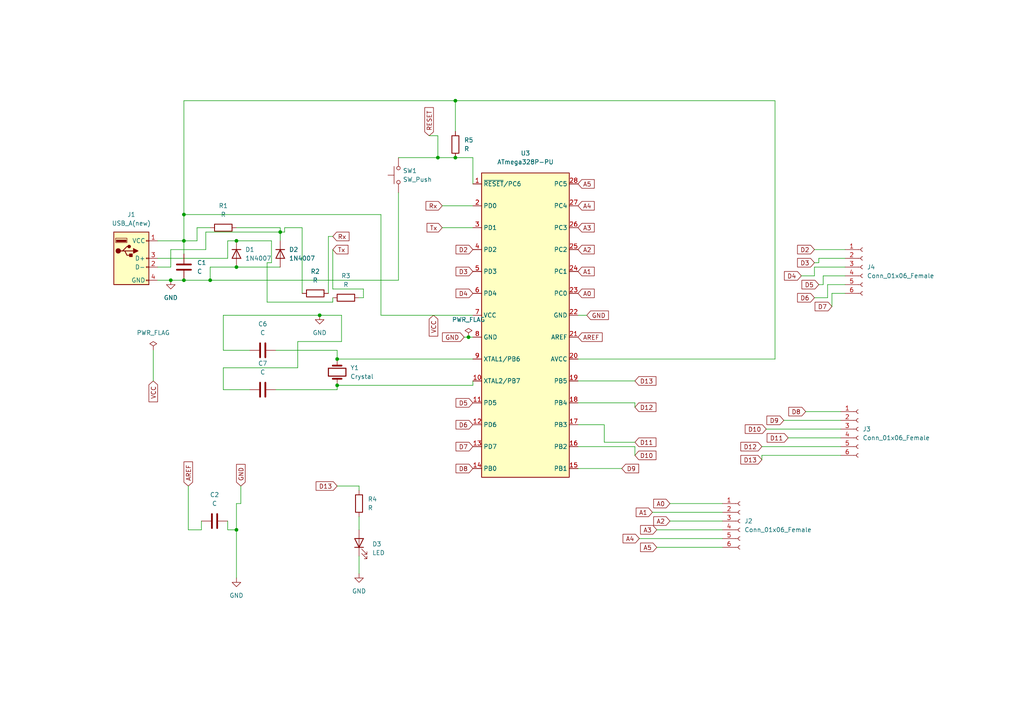
<source format=kicad_sch>
(kicad_sch (version 20211123) (generator eeschema)

  (uuid 0f8963bd-dd87-49d3-a568-c965368becf4)

  (paper "A4")

  (lib_symbols
    (symbol "Connector:Conn_01x06_Female" (pin_names (offset 1.016) hide) (in_bom yes) (on_board yes)
      (property "Reference" "J" (id 0) (at 0 7.62 0)
        (effects (font (size 1.27 1.27)))
      )
      (property "Value" "Conn_01x06_Female" (id 1) (at 0 -10.16 0)
        (effects (font (size 1.27 1.27)))
      )
      (property "Footprint" "" (id 2) (at 0 0 0)
        (effects (font (size 1.27 1.27)) hide)
      )
      (property "Datasheet" "~" (id 3) (at 0 0 0)
        (effects (font (size 1.27 1.27)) hide)
      )
      (property "ki_keywords" "connector" (id 4) (at 0 0 0)
        (effects (font (size 1.27 1.27)) hide)
      )
      (property "ki_description" "Generic connector, single row, 01x06, script generated (kicad-library-utils/schlib/autogen/connector/)" (id 5) (at 0 0 0)
        (effects (font (size 1.27 1.27)) hide)
      )
      (property "ki_fp_filters" "Connector*:*_1x??_*" (id 6) (at 0 0 0)
        (effects (font (size 1.27 1.27)) hide)
      )
      (symbol "Conn_01x06_Female_1_1"
        (arc (start 0 -7.112) (mid -0.508 -7.62) (end 0 -8.128)
          (stroke (width 0.1524) (type default) (color 0 0 0 0))
          (fill (type none))
        )
        (arc (start 0 -4.572) (mid -0.508 -5.08) (end 0 -5.588)
          (stroke (width 0.1524) (type default) (color 0 0 0 0))
          (fill (type none))
        )
        (arc (start 0 -2.032) (mid -0.508 -2.54) (end 0 -3.048)
          (stroke (width 0.1524) (type default) (color 0 0 0 0))
          (fill (type none))
        )
        (polyline
          (pts
            (xy -1.27 -7.62)
            (xy -0.508 -7.62)
          )
          (stroke (width 0.1524) (type default) (color 0 0 0 0))
          (fill (type none))
        )
        (polyline
          (pts
            (xy -1.27 -5.08)
            (xy -0.508 -5.08)
          )
          (stroke (width 0.1524) (type default) (color 0 0 0 0))
          (fill (type none))
        )
        (polyline
          (pts
            (xy -1.27 -2.54)
            (xy -0.508 -2.54)
          )
          (stroke (width 0.1524) (type default) (color 0 0 0 0))
          (fill (type none))
        )
        (polyline
          (pts
            (xy -1.27 0)
            (xy -0.508 0)
          )
          (stroke (width 0.1524) (type default) (color 0 0 0 0))
          (fill (type none))
        )
        (polyline
          (pts
            (xy -1.27 2.54)
            (xy -0.508 2.54)
          )
          (stroke (width 0.1524) (type default) (color 0 0 0 0))
          (fill (type none))
        )
        (polyline
          (pts
            (xy -1.27 5.08)
            (xy -0.508 5.08)
          )
          (stroke (width 0.1524) (type default) (color 0 0 0 0))
          (fill (type none))
        )
        (arc (start 0 0.508) (mid -0.508 0) (end 0 -0.508)
          (stroke (width 0.1524) (type default) (color 0 0 0 0))
          (fill (type none))
        )
        (arc (start 0 3.048) (mid -0.508 2.54) (end 0 2.032)
          (stroke (width 0.1524) (type default) (color 0 0 0 0))
          (fill (type none))
        )
        (arc (start 0 5.588) (mid -0.508 5.08) (end 0 4.572)
          (stroke (width 0.1524) (type default) (color 0 0 0 0))
          (fill (type none))
        )
        (pin passive line (at -5.08 5.08 0) (length 3.81)
          (name "Pin_1" (effects (font (size 1.27 1.27))))
          (number "1" (effects (font (size 1.27 1.27))))
        )
        (pin passive line (at -5.08 2.54 0) (length 3.81)
          (name "Pin_2" (effects (font (size 1.27 1.27))))
          (number "2" (effects (font (size 1.27 1.27))))
        )
        (pin passive line (at -5.08 0 0) (length 3.81)
          (name "Pin_3" (effects (font (size 1.27 1.27))))
          (number "3" (effects (font (size 1.27 1.27))))
        )
        (pin passive line (at -5.08 -2.54 0) (length 3.81)
          (name "Pin_4" (effects (font (size 1.27 1.27))))
          (number "4" (effects (font (size 1.27 1.27))))
        )
        (pin passive line (at -5.08 -5.08 0) (length 3.81)
          (name "Pin_5" (effects (font (size 1.27 1.27))))
          (number "5" (effects (font (size 1.27 1.27))))
        )
        (pin passive line (at -5.08 -7.62 0) (length 3.81)
          (name "Pin_6" (effects (font (size 1.27 1.27))))
          (number "6" (effects (font (size 1.27 1.27))))
        )
      )
    )
    (symbol "Connector:USB_A(new)" (pin_names (offset 1.016)) (in_bom yes) (on_board yes)
      (property "Reference" "J" (id 0) (at -5.08 11.43 0)
        (effects (font (size 1.27 1.27)) (justify left))
      )
      (property "Value" "USB_A(new)" (id 1) (at -5.08 8.89 0)
        (effects (font (size 1.27 1.27)) (justify left))
      )
      (property "Footprint" "" (id 2) (at 3.81 -1.27 0)
        (effects (font (size 1.27 1.27)) hide)
      )
      (property "Datasheet" " ~" (id 3) (at 3.81 -1.27 0)
        (effects (font (size 1.27 1.27)) hide)
      )
      (property "ki_keywords" "connector USB" (id 4) (at 0 0 0)
        (effects (font (size 1.27 1.27)) hide)
      )
      (property "ki_description" "USB Type A connector" (id 5) (at 0 0 0)
        (effects (font (size 1.27 1.27)) hide)
      )
      (property "ki_fp_filters" "USB*" (id 6) (at 0 0 0)
        (effects (font (size 1.27 1.27)) hide)
      )
      (symbol "USB_A(new)_0_1"
        (rectangle (start -5.08 -7.62) (end 5.08 7.62)
          (stroke (width 0.254) (type default) (color 0 0 0 0))
          (fill (type background))
        )
        (circle (center -3.81 2.159) (radius 0.635)
          (stroke (width 0.254) (type default) (color 0 0 0 0))
          (fill (type outline))
        )
        (rectangle (start -1.524 4.826) (end -4.318 5.334)
          (stroke (width 0) (type default) (color 0 0 0 0))
          (fill (type outline))
        )
        (rectangle (start -1.27 4.572) (end -4.572 5.842)
          (stroke (width 0) (type default) (color 0 0 0 0))
          (fill (type none))
        )
        (circle (center -0.635 3.429) (radius 0.381)
          (stroke (width 0.254) (type default) (color 0 0 0 0))
          (fill (type outline))
        )
        (polyline
          (pts
            (xy -3.175 2.159)
            (xy -2.54 2.159)
            (xy -1.27 3.429)
            (xy -0.635 3.429)
          )
          (stroke (width 0.254) (type default) (color 0 0 0 0))
          (fill (type none))
        )
        (polyline
          (pts
            (xy -2.54 2.159)
            (xy -1.905 2.159)
            (xy -1.27 0.889)
            (xy 0 0.889)
          )
          (stroke (width 0.254) (type default) (color 0 0 0 0))
          (fill (type none))
        )
        (polyline
          (pts
            (xy 0.635 2.794)
            (xy 0.635 1.524)
            (xy 1.905 2.159)
            (xy 0.635 2.794)
          )
          (stroke (width 0.254) (type default) (color 0 0 0 0))
          (fill (type outline))
        )
        (rectangle (start 0.254 1.27) (end -0.508 0.508)
          (stroke (width 0.254) (type default) (color 0 0 0 0))
          (fill (type outline))
        )
        (rectangle (start 5.0546 -6.5024) (end 4.2926 -6.2484)
          (stroke (width 0) (type default) (color 0 0 0 0))
          (fill (type none))
        )
        (rectangle (start 5.08 -2.667) (end 4.318 -2.413)
          (stroke (width 0) (type default) (color 0 0 0 0))
          (fill (type none))
        )
        (rectangle (start 5.08 -0.127) (end 4.318 0.127)
          (stroke (width 0) (type default) (color 0 0 0 0))
          (fill (type none))
        )
        (rectangle (start 5.08 4.953) (end 4.318 5.207)
          (stroke (width 0) (type default) (color 0 0 0 0))
          (fill (type none))
        )
      )
      (symbol "USB_A(new)_1_1"
        (polyline
          (pts
            (xy -1.905 2.159)
            (xy 0.635 2.159)
          )
          (stroke (width 0.254) (type default) (color 0 0 0 0))
          (fill (type none))
        )
        (pin power_in line (at 7.62 5.08 180) (length 2.54)
          (name "VCC" (effects (font (size 1.27 1.27))))
          (number "1" (effects (font (size 1.27 1.27))))
        )
        (pin bidirectional line (at 7.62 -2.54 180) (length 2.54)
          (name "D-" (effects (font (size 1.27 1.27))))
          (number "2" (effects (font (size 1.27 1.27))))
        )
        (pin bidirectional line (at 7.62 0 180) (length 2.54)
          (name "D+" (effects (font (size 1.27 1.27))))
          (number "3" (effects (font (size 1.27 1.27))))
        )
        (pin power_in line (at 7.62 -6.35 180) (length 2.54)
          (name "GND" (effects (font (size 1.27 1.27))))
          (number "4" (effects (font (size 1.27 1.27))))
        )
      )
    )
    (symbol "Device:C" (pin_numbers hide) (pin_names (offset 0.254)) (in_bom yes) (on_board yes)
      (property "Reference" "C" (id 0) (at 0.635 2.54 0)
        (effects (font (size 1.27 1.27)) (justify left))
      )
      (property "Value" "C" (id 1) (at 0.635 -2.54 0)
        (effects (font (size 1.27 1.27)) (justify left))
      )
      (property "Footprint" "" (id 2) (at 0.9652 -3.81 0)
        (effects (font (size 1.27 1.27)) hide)
      )
      (property "Datasheet" "~" (id 3) (at 0 0 0)
        (effects (font (size 1.27 1.27)) hide)
      )
      (property "ki_keywords" "cap capacitor" (id 4) (at 0 0 0)
        (effects (font (size 1.27 1.27)) hide)
      )
      (property "ki_description" "Unpolarized capacitor" (id 5) (at 0 0 0)
        (effects (font (size 1.27 1.27)) hide)
      )
      (property "ki_fp_filters" "C_*" (id 6) (at 0 0 0)
        (effects (font (size 1.27 1.27)) hide)
      )
      (symbol "C_0_1"
        (polyline
          (pts
            (xy -2.032 -0.762)
            (xy 2.032 -0.762)
          )
          (stroke (width 0.508) (type default) (color 0 0 0 0))
          (fill (type none))
        )
        (polyline
          (pts
            (xy -2.032 0.762)
            (xy 2.032 0.762)
          )
          (stroke (width 0.508) (type default) (color 0 0 0 0))
          (fill (type none))
        )
      )
      (symbol "C_1_1"
        (pin passive line (at 0 3.81 270) (length 2.794)
          (name "~" (effects (font (size 1.27 1.27))))
          (number "1" (effects (font (size 1.27 1.27))))
        )
        (pin passive line (at 0 -3.81 90) (length 2.794)
          (name "~" (effects (font (size 1.27 1.27))))
          (number "2" (effects (font (size 1.27 1.27))))
        )
      )
    )
    (symbol "Device:Crystal" (pin_numbers hide) (pin_names (offset 1.016) hide) (in_bom yes) (on_board yes)
      (property "Reference" "Y" (id 0) (at 0 3.81 0)
        (effects (font (size 1.27 1.27)))
      )
      (property "Value" "Crystal" (id 1) (at 0 -3.81 0)
        (effects (font (size 1.27 1.27)))
      )
      (property "Footprint" "" (id 2) (at 0 0 0)
        (effects (font (size 1.27 1.27)) hide)
      )
      (property "Datasheet" "~" (id 3) (at 0 0 0)
        (effects (font (size 1.27 1.27)) hide)
      )
      (property "ki_keywords" "quartz ceramic resonator oscillator" (id 4) (at 0 0 0)
        (effects (font (size 1.27 1.27)) hide)
      )
      (property "ki_description" "Two pin crystal" (id 5) (at 0 0 0)
        (effects (font (size 1.27 1.27)) hide)
      )
      (property "ki_fp_filters" "Crystal*" (id 6) (at 0 0 0)
        (effects (font (size 1.27 1.27)) hide)
      )
      (symbol "Crystal_0_1"
        (rectangle (start -1.143 2.54) (end 1.143 -2.54)
          (stroke (width 0.3048) (type default) (color 0 0 0 0))
          (fill (type none))
        )
        (polyline
          (pts
            (xy -2.54 0)
            (xy -1.905 0)
          )
          (stroke (width 0) (type default) (color 0 0 0 0))
          (fill (type none))
        )
        (polyline
          (pts
            (xy -1.905 -1.27)
            (xy -1.905 1.27)
          )
          (stroke (width 0.508) (type default) (color 0 0 0 0))
          (fill (type none))
        )
        (polyline
          (pts
            (xy 1.905 -1.27)
            (xy 1.905 1.27)
          )
          (stroke (width 0.508) (type default) (color 0 0 0 0))
          (fill (type none))
        )
        (polyline
          (pts
            (xy 2.54 0)
            (xy 1.905 0)
          )
          (stroke (width 0) (type default) (color 0 0 0 0))
          (fill (type none))
        )
      )
      (symbol "Crystal_1_1"
        (pin passive line (at -3.81 0 0) (length 1.27)
          (name "1" (effects (font (size 1.27 1.27))))
          (number "1" (effects (font (size 1.27 1.27))))
        )
        (pin passive line (at 3.81 0 180) (length 1.27)
          (name "2" (effects (font (size 1.27 1.27))))
          (number "2" (effects (font (size 1.27 1.27))))
        )
      )
    )
    (symbol "Device:LED" (pin_numbers hide) (pin_names (offset 1.016) hide) (in_bom yes) (on_board yes)
      (property "Reference" "D" (id 0) (at 0 2.54 0)
        (effects (font (size 1.27 1.27)))
      )
      (property "Value" "LED" (id 1) (at 0 -2.54 0)
        (effects (font (size 1.27 1.27)))
      )
      (property "Footprint" "" (id 2) (at 0 0 0)
        (effects (font (size 1.27 1.27)) hide)
      )
      (property "Datasheet" "~" (id 3) (at 0 0 0)
        (effects (font (size 1.27 1.27)) hide)
      )
      (property "ki_keywords" "LED diode" (id 4) (at 0 0 0)
        (effects (font (size 1.27 1.27)) hide)
      )
      (property "ki_description" "Light emitting diode" (id 5) (at 0 0 0)
        (effects (font (size 1.27 1.27)) hide)
      )
      (property "ki_fp_filters" "LED* LED_SMD:* LED_THT:*" (id 6) (at 0 0 0)
        (effects (font (size 1.27 1.27)) hide)
      )
      (symbol "LED_0_1"
        (polyline
          (pts
            (xy -1.27 -1.27)
            (xy -1.27 1.27)
          )
          (stroke (width 0.254) (type default) (color 0 0 0 0))
          (fill (type none))
        )
        (polyline
          (pts
            (xy -1.27 0)
            (xy 1.27 0)
          )
          (stroke (width 0) (type default) (color 0 0 0 0))
          (fill (type none))
        )
        (polyline
          (pts
            (xy 1.27 -1.27)
            (xy 1.27 1.27)
            (xy -1.27 0)
            (xy 1.27 -1.27)
          )
          (stroke (width 0.254) (type default) (color 0 0 0 0))
          (fill (type none))
        )
        (polyline
          (pts
            (xy -3.048 -0.762)
            (xy -4.572 -2.286)
            (xy -3.81 -2.286)
            (xy -4.572 -2.286)
            (xy -4.572 -1.524)
          )
          (stroke (width 0) (type default) (color 0 0 0 0))
          (fill (type none))
        )
        (polyline
          (pts
            (xy -1.778 -0.762)
            (xy -3.302 -2.286)
            (xy -2.54 -2.286)
            (xy -3.302 -2.286)
            (xy -3.302 -1.524)
          )
          (stroke (width 0) (type default) (color 0 0 0 0))
          (fill (type none))
        )
      )
      (symbol "LED_1_1"
        (pin passive line (at -3.81 0 0) (length 2.54)
          (name "K" (effects (font (size 1.27 1.27))))
          (number "1" (effects (font (size 1.27 1.27))))
        )
        (pin passive line (at 3.81 0 180) (length 2.54)
          (name "A" (effects (font (size 1.27 1.27))))
          (number "2" (effects (font (size 1.27 1.27))))
        )
      )
    )
    (symbol "Device:R" (pin_numbers hide) (pin_names (offset 0)) (in_bom yes) (on_board yes)
      (property "Reference" "R" (id 0) (at 2.032 0 90)
        (effects (font (size 1.27 1.27)))
      )
      (property "Value" "R" (id 1) (at 0 0 90)
        (effects (font (size 1.27 1.27)))
      )
      (property "Footprint" "" (id 2) (at -1.778 0 90)
        (effects (font (size 1.27 1.27)) hide)
      )
      (property "Datasheet" "~" (id 3) (at 0 0 0)
        (effects (font (size 1.27 1.27)) hide)
      )
      (property "ki_keywords" "R res resistor" (id 4) (at 0 0 0)
        (effects (font (size 1.27 1.27)) hide)
      )
      (property "ki_description" "Resistor" (id 5) (at 0 0 0)
        (effects (font (size 1.27 1.27)) hide)
      )
      (property "ki_fp_filters" "R_*" (id 6) (at 0 0 0)
        (effects (font (size 1.27 1.27)) hide)
      )
      (symbol "R_0_1"
        (rectangle (start -1.016 -2.54) (end 1.016 2.54)
          (stroke (width 0.254) (type default) (color 0 0 0 0))
          (fill (type none))
        )
      )
      (symbol "R_1_1"
        (pin passive line (at 0 3.81 270) (length 1.27)
          (name "~" (effects (font (size 1.27 1.27))))
          (number "1" (effects (font (size 1.27 1.27))))
        )
        (pin passive line (at 0 -3.81 90) (length 1.27)
          (name "~" (effects (font (size 1.27 1.27))))
          (number "2" (effects (font (size 1.27 1.27))))
        )
      )
    )
    (symbol "Diode:1N4007" (pin_numbers hide) (pin_names (offset 1.016) hide) (in_bom yes) (on_board yes)
      (property "Reference" "D" (id 0) (at 0 2.54 0)
        (effects (font (size 1.27 1.27)))
      )
      (property "Value" "1N4007" (id 1) (at 0 -2.54 0)
        (effects (font (size 1.27 1.27)))
      )
      (property "Footprint" "Diode_THT:D_DO-41_SOD81_P10.16mm_Horizontal" (id 2) (at 0 -4.445 0)
        (effects (font (size 1.27 1.27)) hide)
      )
      (property "Datasheet" "http://www.vishay.com/docs/88503/1n4001.pdf" (id 3) (at 0 0 0)
        (effects (font (size 1.27 1.27)) hide)
      )
      (property "ki_keywords" "diode" (id 4) (at 0 0 0)
        (effects (font (size 1.27 1.27)) hide)
      )
      (property "ki_description" "1000V 1A General Purpose Rectifier Diode, DO-41" (id 5) (at 0 0 0)
        (effects (font (size 1.27 1.27)) hide)
      )
      (property "ki_fp_filters" "D*DO?41*" (id 6) (at 0 0 0)
        (effects (font (size 1.27 1.27)) hide)
      )
      (symbol "1N4007_0_1"
        (polyline
          (pts
            (xy -1.27 1.27)
            (xy -1.27 -1.27)
          )
          (stroke (width 0.254) (type default) (color 0 0 0 0))
          (fill (type none))
        )
        (polyline
          (pts
            (xy 1.27 0)
            (xy -1.27 0)
          )
          (stroke (width 0) (type default) (color 0 0 0 0))
          (fill (type none))
        )
        (polyline
          (pts
            (xy 1.27 1.27)
            (xy 1.27 -1.27)
            (xy -1.27 0)
            (xy 1.27 1.27)
          )
          (stroke (width 0.254) (type default) (color 0 0 0 0))
          (fill (type none))
        )
      )
      (symbol "1N4007_1_1"
        (pin passive line (at -3.81 0 0) (length 2.54)
          (name "K" (effects (font (size 1.27 1.27))))
          (number "1" (effects (font (size 1.27 1.27))))
        )
        (pin passive line (at 3.81 0 180) (length 2.54)
          (name "A" (effects (font (size 1.27 1.27))))
          (number "2" (effects (font (size 1.27 1.27))))
        )
      )
    )
    (symbol "MCU_Microchip_ATmega:ATmega328P-PU" (in_bom yes) (on_board yes)
      (property "Reference" "U" (id 0) (at 3.175 36.195 0)
        (effects (font (size 1.27 1.27)) (justify left bottom))
      )
      (property "Value" "ATmega328P-PU" (id 1) (at -6.35 -41.275 0)
        (effects (font (size 1.27 1.27)) (justify left top))
      )
      (property "Footprint" "Package_DIP:DIP-28_W7.62mm" (id 2) (at 0 2.54 90)
        (effects (font (size 1.27 1.27) italic) hide)
      )
      (property "Datasheet" "http://ww1.microchip.com/downloads/en/DeviceDoc/Atmel-8025-8-bit-AVR-Microcontroller-ATmega48P-88P-168P_Datasheet.pdf" (id 3) (at 0 0 90)
        (effects (font (size 1.27 1.27)) hide)
      )
      (property "ki_keywords" "AVR 8bit Microcontroller MegaAVR" (id 4) (at 0 0 0)
        (effects (font (size 1.27 1.27)) hide)
      )
      (property "ki_description" "10MHz, 4kB Flash, 512B SRAM, 256B EEPROM, DIP-28" (id 5) (at 0 0 0)
        (effects (font (size 1.27 1.27)) hide)
      )
      (property "ki_fp_filters" "DIP*W7.62mm*" (id 6) (at 0 0 0)
        (effects (font (size 1.27 1.27)) hide)
      )
      (symbol "ATmega328P-PU_0_1"
        (rectangle (start -12.7 41.275) (end 12.7 -46.99)
          (stroke (width 0.254) (type default) (color 0 0 0 0))
          (fill (type background))
        )
      )
      (symbol "ATmega328P-PU_1_1"
        (pin bidirectional line (at -15.24 38.1 0) (length 2.54)
          (name "~{RESET}/PC6" (effects (font (size 1.27 1.27))))
          (number "1" (effects (font (size 1.27 1.27))))
        )
        (pin bidirectional line (at -15.24 -19.05 0) (length 2.54)
          (name "XTAL2/PB7" (effects (font (size 1.27 1.27))))
          (number "10" (effects (font (size 1.27 1.27))))
        )
        (pin bidirectional line (at -15.24 -25.4 0) (length 2.54)
          (name "PD5" (effects (font (size 1.27 1.27))))
          (number "11" (effects (font (size 1.27 1.27))))
        )
        (pin bidirectional line (at -15.24 -31.75 0) (length 2.54)
          (name "PD6" (effects (font (size 1.27 1.27))))
          (number "12" (effects (font (size 1.27 1.27))))
        )
        (pin bidirectional line (at -15.24 -38.1 0) (length 2.54)
          (name "PD7" (effects (font (size 1.27 1.27))))
          (number "13" (effects (font (size 1.27 1.27))))
        )
        (pin bidirectional line (at -15.24 -44.45 0) (length 2.54)
          (name "PB0" (effects (font (size 1.27 1.27))))
          (number "14" (effects (font (size 1.27 1.27))))
        )
        (pin bidirectional line (at 15.24 -44.45 180) (length 2.54)
          (name "PB1" (effects (font (size 1.27 1.27))))
          (number "15" (effects (font (size 1.27 1.27))))
        )
        (pin bidirectional line (at 15.24 -38.1 180) (length 2.54)
          (name "PB2" (effects (font (size 1.27 1.27))))
          (number "16" (effects (font (size 1.27 1.27))))
        )
        (pin bidirectional line (at 15.24 -31.75 180) (length 2.54)
          (name "PB3" (effects (font (size 1.27 1.27))))
          (number "17" (effects (font (size 1.27 1.27))))
        )
        (pin bidirectional line (at 15.24 -25.4 180) (length 2.54)
          (name "PB4" (effects (font (size 1.27 1.27))))
          (number "18" (effects (font (size 1.27 1.27))))
        )
        (pin bidirectional line (at 15.24 -19.05 180) (length 2.54)
          (name "PB5" (effects (font (size 1.27 1.27))))
          (number "19" (effects (font (size 1.27 1.27))))
        )
        (pin bidirectional line (at -15.24 31.75 0) (length 2.54)
          (name "PD0" (effects (font (size 1.27 1.27))))
          (number "2" (effects (font (size 1.27 1.27))))
        )
        (pin power_in line (at 15.24 -12.7 180) (length 2.54)
          (name "AVCC" (effects (font (size 1.27 1.27))))
          (number "20" (effects (font (size 1.27 1.27))))
        )
        (pin passive line (at 15.24 -6.35 180) (length 2.54)
          (name "AREF" (effects (font (size 1.27 1.27))))
          (number "21" (effects (font (size 1.27 1.27))))
        )
        (pin passive line (at 15.24 0 180) (length 2.54) hide
          (name "GND" (effects (font (size 1.27 1.27))))
          (number "22" (effects (font (size 1.27 1.27))))
        )
        (pin power_in line (at 15.24 0 180) (length 2.54)
          (name "GND" (effects (font (size 1.27 1.27))))
          (number "22" (effects (font (size 1.27 1.27))))
        )
        (pin bidirectional line (at 15.24 6.35 180) (length 2.54)
          (name "PC0" (effects (font (size 1.27 1.27))))
          (number "23" (effects (font (size 1.27 1.27))))
        )
        (pin bidirectional line (at 15.24 12.7 180) (length 2.54)
          (name "PC1" (effects (font (size 1.27 1.27))))
          (number "24" (effects (font (size 1.27 1.27))))
        )
        (pin bidirectional line (at 15.24 19.05 180) (length 2.54)
          (name "PC2" (effects (font (size 1.27 1.27))))
          (number "25" (effects (font (size 1.27 1.27))))
        )
        (pin bidirectional line (at 15.24 25.4 180) (length 2.54)
          (name "PC3" (effects (font (size 1.27 1.27))))
          (number "26" (effects (font (size 1.27 1.27))))
        )
        (pin bidirectional line (at 15.24 31.75 180) (length 2.54)
          (name "PC4" (effects (font (size 1.27 1.27))))
          (number "27" (effects (font (size 1.27 1.27))))
        )
        (pin bidirectional line (at 15.24 38.1 180) (length 2.54)
          (name "PC5" (effects (font (size 1.27 1.27))))
          (number "28" (effects (font (size 1.27 1.27))))
        )
        (pin bidirectional line (at -15.24 25.4 0) (length 2.54)
          (name "PD1" (effects (font (size 1.27 1.27))))
          (number "3" (effects (font (size 1.27 1.27))))
        )
        (pin bidirectional line (at -15.24 19.05 0) (length 2.54)
          (name "PD2" (effects (font (size 1.27 1.27))))
          (number "4" (effects (font (size 1.27 1.27))))
        )
        (pin bidirectional line (at -15.24 12.7 0) (length 2.54)
          (name "PD3" (effects (font (size 1.27 1.27))))
          (number "5" (effects (font (size 1.27 1.27))))
        )
        (pin bidirectional line (at -15.24 6.35 0) (length 2.54)
          (name "PD4" (effects (font (size 1.27 1.27))))
          (number "6" (effects (font (size 1.27 1.27))))
        )
        (pin power_in line (at -15.24 0 0) (length 2.54)
          (name "VCC" (effects (font (size 1.27 1.27))))
          (number "7" (effects (font (size 1.27 1.27))))
        )
        (pin power_in line (at -15.24 -6.35 0) (length 2.54)
          (name "GND" (effects (font (size 1.27 1.27))))
          (number "8" (effects (font (size 1.27 1.27))))
        )
        (pin bidirectional line (at -15.24 -12.7 0) (length 2.54)
          (name "XTAL1/PB6" (effects (font (size 1.27 1.27))))
          (number "9" (effects (font (size 1.27 1.27))))
        )
      )
    )
    (symbol "Switch:SW_Push" (pin_numbers hide) (pin_names (offset 1.016) hide) (in_bom yes) (on_board yes)
      (property "Reference" "SW" (id 0) (at 1.27 2.54 0)
        (effects (font (size 1.27 1.27)) (justify left))
      )
      (property "Value" "SW_Push" (id 1) (at 0 -1.524 0)
        (effects (font (size 1.27 1.27)))
      )
      (property "Footprint" "" (id 2) (at 0 5.08 0)
        (effects (font (size 1.27 1.27)) hide)
      )
      (property "Datasheet" "~" (id 3) (at 0 5.08 0)
        (effects (font (size 1.27 1.27)) hide)
      )
      (property "ki_keywords" "switch normally-open pushbutton push-button" (id 4) (at 0 0 0)
        (effects (font (size 1.27 1.27)) hide)
      )
      (property "ki_description" "Push button switch, generic, two pins" (id 5) (at 0 0 0)
        (effects (font (size 1.27 1.27)) hide)
      )
      (symbol "SW_Push_0_1"
        (circle (center -2.032 0) (radius 0.508)
          (stroke (width 0) (type default) (color 0 0 0 0))
          (fill (type none))
        )
        (polyline
          (pts
            (xy 0 1.27)
            (xy 0 3.048)
          )
          (stroke (width 0) (type default) (color 0 0 0 0))
          (fill (type none))
        )
        (polyline
          (pts
            (xy 2.54 1.27)
            (xy -2.54 1.27)
          )
          (stroke (width 0) (type default) (color 0 0 0 0))
          (fill (type none))
        )
        (circle (center 2.032 0) (radius 0.508)
          (stroke (width 0) (type default) (color 0 0 0 0))
          (fill (type none))
        )
        (pin passive line (at -5.08 0 0) (length 2.54)
          (name "1" (effects (font (size 1.27 1.27))))
          (number "1" (effects (font (size 1.27 1.27))))
        )
        (pin passive line (at 5.08 0 180) (length 2.54)
          (name "2" (effects (font (size 1.27 1.27))))
          (number "2" (effects (font (size 1.27 1.27))))
        )
      )
    )
    (symbol "power:GND" (power) (pin_names (offset 0)) (in_bom yes) (on_board yes)
      (property "Reference" "#PWR" (id 0) (at 0 -6.35 0)
        (effects (font (size 1.27 1.27)) hide)
      )
      (property "Value" "GND" (id 1) (at 0 -3.81 0)
        (effects (font (size 1.27 1.27)))
      )
      (property "Footprint" "" (id 2) (at 0 0 0)
        (effects (font (size 1.27 1.27)) hide)
      )
      (property "Datasheet" "" (id 3) (at 0 0 0)
        (effects (font (size 1.27 1.27)) hide)
      )
      (property "ki_keywords" "power-flag" (id 4) (at 0 0 0)
        (effects (font (size 1.27 1.27)) hide)
      )
      (property "ki_description" "Power symbol creates a global label with name \"GND\" , ground" (id 5) (at 0 0 0)
        (effects (font (size 1.27 1.27)) hide)
      )
      (symbol "GND_0_1"
        (polyline
          (pts
            (xy 0 0)
            (xy 0 -1.27)
            (xy 1.27 -1.27)
            (xy 0 -2.54)
            (xy -1.27 -1.27)
            (xy 0 -1.27)
          )
          (stroke (width 0) (type default) (color 0 0 0 0))
          (fill (type none))
        )
      )
      (symbol "GND_1_1"
        (pin power_in line (at 0 0 270) (length 0) hide
          (name "GND" (effects (font (size 1.27 1.27))))
          (number "1" (effects (font (size 1.27 1.27))))
        )
      )
    )
    (symbol "power:PWR_FLAG" (power) (pin_numbers hide) (pin_names (offset 0) hide) (in_bom yes) (on_board yes)
      (property "Reference" "#FLG" (id 0) (at 0 1.905 0)
        (effects (font (size 1.27 1.27)) hide)
      )
      (property "Value" "PWR_FLAG" (id 1) (at 0 3.81 0)
        (effects (font (size 1.27 1.27)))
      )
      (property "Footprint" "" (id 2) (at 0 0 0)
        (effects (font (size 1.27 1.27)) hide)
      )
      (property "Datasheet" "~" (id 3) (at 0 0 0)
        (effects (font (size 1.27 1.27)) hide)
      )
      (property "ki_keywords" "power-flag" (id 4) (at 0 0 0)
        (effects (font (size 1.27 1.27)) hide)
      )
      (property "ki_description" "Special symbol for telling ERC where power comes from" (id 5) (at 0 0 0)
        (effects (font (size 1.27 1.27)) hide)
      )
      (symbol "PWR_FLAG_0_0"
        (pin power_out line (at 0 0 90) (length 0)
          (name "pwr" (effects (font (size 1.27 1.27))))
          (number "1" (effects (font (size 1.27 1.27))))
        )
      )
      (symbol "PWR_FLAG_0_1"
        (polyline
          (pts
            (xy 0 0)
            (xy 0 1.27)
            (xy -1.016 1.905)
            (xy 0 2.54)
            (xy 1.016 1.905)
            (xy 0 1.27)
          )
          (stroke (width 0) (type default) (color 0 0 0 0))
          (fill (type none))
        )
      )
    )
  )

  (junction (at 92.71 91.44) (diameter 0) (color 0 0 0 0)
    (uuid 0e6380a8-fe8e-41f1-840d-1b1527ba9063)
  )
  (junction (at 53.34 69.85) (diameter 0) (color 0 0 0 0)
    (uuid 233e8a52-98a2-4cd3-8104-2ad3b53c8902)
  )
  (junction (at 60.96 81.28) (diameter 0) (color 0 0 0 0)
    (uuid 2712cb48-f96e-48e9-83b5-7cd4cc147f13)
  )
  (junction (at 53.34 81.28) (diameter 0) (color 0 0 0 0)
    (uuid 346525d3-02da-44f7-8aee-375018c155e4)
  )
  (junction (at 135.89 97.79) (diameter 0) (color 0 0 0 0)
    (uuid 36b1ce54-7464-40e7-ba27-467368d17063)
  )
  (junction (at 49.53 81.28) (diameter 0) (color 0 0 0 0)
    (uuid 3f6df804-79a2-46b0-9ef5-7ce2489cb8b0)
  )
  (junction (at 132.08 29.21) (diameter 0) (color 0 0 0 0)
    (uuid 435bd805-f820-4c00-adb4-64eef9fec380)
  )
  (junction (at 132.08 45.72) (diameter 0) (color 0 0 0 0)
    (uuid 5e45b69f-1a24-4f50-ba88-82060a9a0ded)
  )
  (junction (at 97.79 104.14) (diameter 0) (color 0 0 0 0)
    (uuid 713c6775-5fc5-4093-a2da-086abf23101c)
  )
  (junction (at 68.58 77.47) (diameter 0) (color 0 0 0 0)
    (uuid 96ab38c6-528b-44e8-a4ae-af02e74aaf36)
  )
  (junction (at 127 45.72) (diameter 0) (color 0 0 0 0)
    (uuid 97d689a9-42ca-4ba5-957c-2a58357ba474)
  )
  (junction (at 81.28 67.31) (diameter 0) (color 0 0 0 0)
    (uuid a17eb875-3cca-46d1-bb0c-1656e8c6e7e1)
  )
  (junction (at 53.34 62.23) (diameter 0) (color 0 0 0 0)
    (uuid c1a64921-42fd-48bc-a0eb-62bf3d074209)
  )
  (junction (at 68.58 153.67) (diameter 0) (color 0 0 0 0)
    (uuid c4b36fbc-0ca4-4b23-b048-05412fef12e2)
  )
  (junction (at 97.79 111.76) (diameter 0) (color 0 0 0 0)
    (uuid e0c91543-05c0-44e7-ae49-8aaa74db224c)
  )
  (junction (at 68.58 69.85) (diameter 0) (color 0 0 0 0)
    (uuid edeffe59-d980-4d10-845e-47b5abdfd678)
  )

  (wire (pts (xy 127 39.37) (xy 127 45.72))
    (stroke (width 0) (type default) (color 0 0 0 0))
    (uuid 0481f0ca-8d03-4adb-81a2-dc3e9a2ed3af)
  )
  (wire (pts (xy 135.89 97.79) (xy 137.16 97.79))
    (stroke (width 0) (type default) (color 0 0 0 0))
    (uuid 0509e7e9-9253-4925-a952-dc75da9b0739)
  )
  (wire (pts (xy 45.72 74.93) (xy 66.04 74.93))
    (stroke (width 0) (type default) (color 0 0 0 0))
    (uuid 0986a3ae-b71e-49e2-adae-1808c1c9c826)
  )
  (wire (pts (xy 86.36 99.06) (xy 86.36 106.68))
    (stroke (width 0) (type default) (color 0 0 0 0))
    (uuid 0a369839-8834-4963-8a02-bcd410312192)
  )
  (wire (pts (xy 97.79 104.14) (xy 137.16 104.14))
    (stroke (width 0) (type default) (color 0 0 0 0))
    (uuid 0c445637-44e0-4684-8203-cb633418fe32)
  )
  (wire (pts (xy 58.42 151.13) (xy 58.42 153.67))
    (stroke (width 0) (type default) (color 0 0 0 0))
    (uuid 0e626080-4713-4499-9147-51fdd00f6397)
  )
  (wire (pts (xy 238.76 82.55) (xy 238.76 80.01))
    (stroke (width 0) (type default) (color 0 0 0 0))
    (uuid 0e6fce5e-c3d1-4491-8458-dd9f1938a261)
  )
  (wire (pts (xy 57.15 69.85) (xy 57.15 66.04))
    (stroke (width 0) (type default) (color 0 0 0 0))
    (uuid 0e92d26e-7a91-4c51-a4a7-1801feb5f898)
  )
  (wire (pts (xy 99.06 99.06) (xy 86.36 99.06))
    (stroke (width 0) (type default) (color 0 0 0 0))
    (uuid 0f9eee25-38de-4f0f-91ba-9a55ffb53f46)
  )
  (wire (pts (xy 77.47 87.63) (xy 77.47 76.2))
    (stroke (width 0) (type default) (color 0 0 0 0))
    (uuid 1124e51c-d5ae-4de8-9038-3768e9b9f7d2)
  )
  (wire (pts (xy 240.03 86.36) (xy 240.03 82.55))
    (stroke (width 0) (type default) (color 0 0 0 0))
    (uuid 141336b7-c8cb-4153-b320-28c23ddca58b)
  )
  (wire (pts (xy 228.6 127) (xy 243.84 127))
    (stroke (width 0) (type default) (color 0 0 0 0))
    (uuid 142d2eac-907c-480a-bd48-3b8cd1e5f25e)
  )
  (wire (pts (xy 238.76 80.01) (xy 245.11 80.01))
    (stroke (width 0) (type default) (color 0 0 0 0))
    (uuid 1641e08c-3b60-4449-9f6e-622431e13c4f)
  )
  (wire (pts (xy 45.72 69.85) (xy 53.34 69.85))
    (stroke (width 0) (type default) (color 0 0 0 0))
    (uuid 1853a4b3-42f5-4278-978f-4ee12719ad8e)
  )
  (wire (pts (xy 167.64 91.44) (xy 170.18 91.44))
    (stroke (width 0) (type default) (color 0 0 0 0))
    (uuid 197f3ae0-dfb5-4897-bc2d-368c64ac4610)
  )
  (wire (pts (xy 110.49 91.44) (xy 110.49 62.23))
    (stroke (width 0) (type default) (color 0 0 0 0))
    (uuid 1d8b0c71-033f-4d3c-aa8b-5f2841ee39d5)
  )
  (wire (pts (xy 96.52 72.39) (xy 96.52 83.82))
    (stroke (width 0) (type default) (color 0 0 0 0))
    (uuid 21eaa419-77e7-4dea-b42f-6925542edef1)
  )
  (wire (pts (xy 124.46 39.37) (xy 127 39.37))
    (stroke (width 0) (type default) (color 0 0 0 0))
    (uuid 21f47e04-347a-4635-a093-a2d1c4016d44)
  )
  (wire (pts (xy 194.31 146.05) (xy 209.55 146.05))
    (stroke (width 0) (type default) (color 0 0 0 0))
    (uuid 222458c4-04d1-4b2f-aaf2-fd5306657d60)
  )
  (wire (pts (xy 104.14 140.97) (xy 104.14 142.24))
    (stroke (width 0) (type default) (color 0 0 0 0))
    (uuid 231b1274-c93d-420a-b3f9-71c0ae1d8331)
  )
  (wire (pts (xy 167.64 110.49) (xy 184.15 110.49))
    (stroke (width 0) (type default) (color 0 0 0 0))
    (uuid 27583808-eaf9-45e4-9fa7-f27a7ae7cb3c)
  )
  (wire (pts (xy 127 45.72) (xy 132.08 45.72))
    (stroke (width 0) (type default) (color 0 0 0 0))
    (uuid 278dcf37-8d0d-415d-802e-be369c1e027b)
  )
  (wire (pts (xy 53.34 69.85) (xy 53.34 73.66))
    (stroke (width 0) (type default) (color 0 0 0 0))
    (uuid 2cc87c9e-b59a-422b-9509-6d383693df26)
  )
  (wire (pts (xy 194.31 151.13) (xy 209.55 151.13))
    (stroke (width 0) (type default) (color 0 0 0 0))
    (uuid 329e6c2d-cf14-4700-81bc-7906ecd47f8d)
  )
  (wire (pts (xy 240.03 82.55) (xy 245.11 82.55))
    (stroke (width 0) (type default) (color 0 0 0 0))
    (uuid 357ce412-3904-48ea-b430-9828417677dc)
  )
  (wire (pts (xy 134.62 97.79) (xy 135.89 97.79))
    (stroke (width 0) (type default) (color 0 0 0 0))
    (uuid 36339070-2c0e-44a9-9112-e6830ccf72b6)
  )
  (wire (pts (xy 68.58 146.05) (xy 68.58 153.67))
    (stroke (width 0) (type default) (color 0 0 0 0))
    (uuid 36d835ab-ca67-4b66-8ccb-4dc55326fc0b)
  )
  (wire (pts (xy 115.57 45.72) (xy 127 45.72))
    (stroke (width 0) (type default) (color 0 0 0 0))
    (uuid 39552633-c1fe-4414-af6d-8775bd166431)
  )
  (wire (pts (xy 64.77 101.6) (xy 64.77 91.44))
    (stroke (width 0) (type default) (color 0 0 0 0))
    (uuid 3a9e5751-caef-4d25-b464-2f6e382785d8)
  )
  (wire (pts (xy 243.84 132.08) (xy 220.98 132.08))
    (stroke (width 0) (type default) (color 0 0 0 0))
    (uuid 3af6a772-6d85-438d-8b85-cca08233cf60)
  )
  (wire (pts (xy 224.79 29.21) (xy 132.08 29.21))
    (stroke (width 0) (type default) (color 0 0 0 0))
    (uuid 3f014f5a-f671-4b8f-929d-a4a03a55bb4f)
  )
  (wire (pts (xy 81.28 66.04) (xy 81.28 67.31))
    (stroke (width 0) (type default) (color 0 0 0 0))
    (uuid 4143bd9e-9281-4a9c-b6d3-be0ecfdf8dc6)
  )
  (wire (pts (xy 54.61 140.97) (xy 54.61 153.67))
    (stroke (width 0) (type default) (color 0 0 0 0))
    (uuid 41ed8229-22bc-497b-904b-7139ce4e7eff)
  )
  (wire (pts (xy 87.63 85.09) (xy 87.63 66.04))
    (stroke (width 0) (type default) (color 0 0 0 0))
    (uuid 43556ad0-9da0-4723-abe1-d0a9fae4bf50)
  )
  (wire (pts (xy 236.22 77.47) (xy 236.22 80.01))
    (stroke (width 0) (type default) (color 0 0 0 0))
    (uuid 4949ec87-35be-4411-8155-a1152a3a64c6)
  )
  (wire (pts (xy 236.22 76.2) (xy 237.49 76.2))
    (stroke (width 0) (type default) (color 0 0 0 0))
    (uuid 4a3f521c-b506-4ba4-99c3-677aaaf8f10e)
  )
  (wire (pts (xy 104.14 161.29) (xy 104.14 166.37))
    (stroke (width 0) (type default) (color 0 0 0 0))
    (uuid 4bc48505-b4ff-4a97-a491-92d145889c82)
  )
  (wire (pts (xy 77.47 76.2) (xy 78.74 76.2))
    (stroke (width 0) (type default) (color 0 0 0 0))
    (uuid 4d1d4047-ec1d-4ad6-8ab3-2ed4a62fd435)
  )
  (wire (pts (xy 167.64 129.54) (xy 184.15 129.54))
    (stroke (width 0) (type default) (color 0 0 0 0))
    (uuid 4eda4e7e-d031-4c02-94cc-32fdc7b549e8)
  )
  (wire (pts (xy 132.08 29.21) (xy 53.34 29.21))
    (stroke (width 0) (type default) (color 0 0 0 0))
    (uuid 5273ee11-bdf7-452e-8ae7-681b0663a05a)
  )
  (wire (pts (xy 237.49 74.93) (xy 245.11 74.93))
    (stroke (width 0) (type default) (color 0 0 0 0))
    (uuid 536c4f35-b9e3-4612-9471-c664cf9d38c1)
  )
  (wire (pts (xy 128.27 66.04) (xy 137.16 66.04))
    (stroke (width 0) (type default) (color 0 0 0 0))
    (uuid 544d5003-732c-4162-8b9d-e525bf1453e0)
  )
  (wire (pts (xy 64.77 91.44) (xy 92.71 91.44))
    (stroke (width 0) (type default) (color 0 0 0 0))
    (uuid 57e70ef9-cd99-42fa-95e8-58df802972a2)
  )
  (wire (pts (xy 96.52 86.36) (xy 96.52 87.63))
    (stroke (width 0) (type default) (color 0 0 0 0))
    (uuid 59752020-bd15-45a4-8889-ff14a56274ba)
  )
  (wire (pts (xy 59.69 67.31) (xy 81.28 67.31))
    (stroke (width 0) (type default) (color 0 0 0 0))
    (uuid 59c17909-098e-419d-8272-c0fa16a5c8e3)
  )
  (wire (pts (xy 68.58 66.04) (xy 81.28 66.04))
    (stroke (width 0) (type default) (color 0 0 0 0))
    (uuid 5a914389-df26-4c32-a6dd-ec2018d5fbd5)
  )
  (wire (pts (xy 64.77 101.6) (xy 72.39 101.6))
    (stroke (width 0) (type default) (color 0 0 0 0))
    (uuid 5b8e6bfb-da65-4202-8789-9db324136b34)
  )
  (wire (pts (xy 236.22 72.39) (xy 245.11 72.39))
    (stroke (width 0) (type default) (color 0 0 0 0))
    (uuid 5be64ddb-2981-486e-8a74-488b6bc8f9bb)
  )
  (wire (pts (xy 53.34 69.85) (xy 57.15 69.85))
    (stroke (width 0) (type default) (color 0 0 0 0))
    (uuid 5c96e5c7-9661-4eea-bb5f-c348b6b23e46)
  )
  (wire (pts (xy 64.77 113.03) (xy 72.39 113.03))
    (stroke (width 0) (type default) (color 0 0 0 0))
    (uuid 5c9d4d34-3efd-41d2-82d7-bf93392b3edd)
  )
  (wire (pts (xy 97.79 113.03) (xy 97.79 111.76))
    (stroke (width 0) (type default) (color 0 0 0 0))
    (uuid 5df9d628-5411-49ec-be6a-50b4242ad7cf)
  )
  (wire (pts (xy 190.5 153.67) (xy 209.55 153.67))
    (stroke (width 0) (type default) (color 0 0 0 0))
    (uuid 5e8b3248-4a0e-4460-ae01-69269144076d)
  )
  (wire (pts (xy 167.64 116.84) (xy 184.15 116.84))
    (stroke (width 0) (type default) (color 0 0 0 0))
    (uuid 5f0fa7e4-ce68-49f3-a260-09af5c1a84d6)
  )
  (wire (pts (xy 132.08 38.1) (xy 132.08 29.21))
    (stroke (width 0) (type default) (color 0 0 0 0))
    (uuid 61ca3e2a-8205-4b99-9d06-d16723022485)
  )
  (wire (pts (xy 96.52 87.63) (xy 77.47 87.63))
    (stroke (width 0) (type default) (color 0 0 0 0))
    (uuid 64a7cc3d-5e64-4cec-b742-f690884f6632)
  )
  (wire (pts (xy 97.79 101.6) (xy 97.79 104.14))
    (stroke (width 0) (type default) (color 0 0 0 0))
    (uuid 666faa34-2588-402a-8862-aa78b6ffaea8)
  )
  (wire (pts (xy 237.49 76.2) (xy 237.49 74.93))
    (stroke (width 0) (type default) (color 0 0 0 0))
    (uuid 6aad7c0b-708d-419f-88e9-a033a85c5581)
  )
  (wire (pts (xy 68.58 146.05) (xy 69.85 146.05))
    (stroke (width 0) (type default) (color 0 0 0 0))
    (uuid 6cc40600-b1d1-4c45-b61b-4b8bc1ea18ad)
  )
  (wire (pts (xy 175.26 123.19) (xy 175.26 128.27))
    (stroke (width 0) (type default) (color 0 0 0 0))
    (uuid 6df1f837-9a22-449b-9aa0-6ee60d1c4833)
  )
  (wire (pts (xy 236.22 80.01) (xy 232.41 80.01))
    (stroke (width 0) (type default) (color 0 0 0 0))
    (uuid 740bb27f-0deb-4375-9a0b-75f2b5e50223)
  )
  (wire (pts (xy 184.15 129.54) (xy 184.15 132.08))
    (stroke (width 0) (type default) (color 0 0 0 0))
    (uuid 79ac5bf4-866b-4e85-9ba4-46e2d41ea4d7)
  )
  (wire (pts (xy 115.57 55.88) (xy 115.57 81.28))
    (stroke (width 0) (type default) (color 0 0 0 0))
    (uuid 7a6545f5-be9f-40fe-9a94-98b2109eed91)
  )
  (wire (pts (xy 227.33 121.92) (xy 243.84 121.92))
    (stroke (width 0) (type default) (color 0 0 0 0))
    (uuid 7c14b8be-18a4-4e8c-b1f4-c596a5316f67)
  )
  (wire (pts (xy 80.01 113.03) (xy 97.79 113.03))
    (stroke (width 0) (type default) (color 0 0 0 0))
    (uuid 7eaeb5a3-f823-4924-9387-a91698d777f8)
  )
  (wire (pts (xy 81.28 67.31) (xy 81.28 69.85))
    (stroke (width 0) (type default) (color 0 0 0 0))
    (uuid 7ff3806d-dfa5-44c4-838c-457a4576dcd8)
  )
  (wire (pts (xy 49.53 72.39) (xy 59.69 72.39))
    (stroke (width 0) (type default) (color 0 0 0 0))
    (uuid 810ba2ca-99f4-4e28-a554-1b8388976229)
  )
  (wire (pts (xy 110.49 62.23) (xy 53.34 62.23))
    (stroke (width 0) (type default) (color 0 0 0 0))
    (uuid 8582a5a3-3324-497f-aa9f-6389902327b7)
  )
  (wire (pts (xy 189.23 148.59) (xy 209.55 148.59))
    (stroke (width 0) (type default) (color 0 0 0 0))
    (uuid 861b554e-94bc-4433-ade8-9646173de1c7)
  )
  (wire (pts (xy 245.11 85.09) (xy 241.3 85.09))
    (stroke (width 0) (type default) (color 0 0 0 0))
    (uuid 878eb2aa-867b-477f-b066-40ab63a66737)
  )
  (wire (pts (xy 224.79 104.14) (xy 224.79 29.21))
    (stroke (width 0) (type default) (color 0 0 0 0))
    (uuid 87b67457-8245-4653-b848-68dfff16b83a)
  )
  (wire (pts (xy 167.64 123.19) (xy 175.26 123.19))
    (stroke (width 0) (type default) (color 0 0 0 0))
    (uuid 8849d1eb-3580-4b6a-8b8d-e04681a36e0e)
  )
  (wire (pts (xy 78.74 76.2) (xy 78.74 69.85))
    (stroke (width 0) (type default) (color 0 0 0 0))
    (uuid 8ed23335-0779-4dff-9cc7-ae1318414143)
  )
  (wire (pts (xy 99.06 91.44) (xy 99.06 99.06))
    (stroke (width 0) (type default) (color 0 0 0 0))
    (uuid 93d63c2f-f5c6-4073-a0f3-e3013c1f672e)
  )
  (wire (pts (xy 95.25 68.58) (xy 95.25 85.09))
    (stroke (width 0) (type default) (color 0 0 0 0))
    (uuid 96654297-c58e-45d4-84d1-ebd8308e2ffd)
  )
  (wire (pts (xy 132.08 45.72) (xy 137.16 45.72))
    (stroke (width 0) (type default) (color 0 0 0 0))
    (uuid 9b4fcf87-5551-4d36-b361-a1b928f7f79e)
  )
  (wire (pts (xy 167.64 104.14) (xy 224.79 104.14))
    (stroke (width 0) (type default) (color 0 0 0 0))
    (uuid 9ce00b85-6cb0-4332-a907-860ff9c9528b)
  )
  (wire (pts (xy 241.3 85.09) (xy 241.3 88.9))
    (stroke (width 0) (type default) (color 0 0 0 0))
    (uuid 9d8bbc33-3c78-453e-a594-993a2ab93cf7)
  )
  (wire (pts (xy 115.57 81.28) (xy 60.96 81.28))
    (stroke (width 0) (type default) (color 0 0 0 0))
    (uuid a250ff55-b56d-4099-bcae-6827e004fa6e)
  )
  (wire (pts (xy 190.5 158.75) (xy 209.55 158.75))
    (stroke (width 0) (type default) (color 0 0 0 0))
    (uuid a2ddbf06-3f2f-46d3-bcd4-b9c63ba7e103)
  )
  (wire (pts (xy 54.61 153.67) (xy 58.42 153.67))
    (stroke (width 0) (type default) (color 0 0 0 0))
    (uuid a3af6c2d-b3dc-42e7-aa8e-116143bf0ead)
  )
  (wire (pts (xy 236.22 86.36) (xy 240.03 86.36))
    (stroke (width 0) (type default) (color 0 0 0 0))
    (uuid a3d104fb-c876-4496-9b41-12e75b8e9761)
  )
  (wire (pts (xy 87.63 66.04) (xy 82.55 66.04))
    (stroke (width 0) (type default) (color 0 0 0 0))
    (uuid a5454b47-6799-4cb4-909e-5332ef951c54)
  )
  (wire (pts (xy 66.04 74.93) (xy 66.04 69.85))
    (stroke (width 0) (type default) (color 0 0 0 0))
    (uuid a589f00e-4c44-4c0e-838d-36dc62a6bf55)
  )
  (wire (pts (xy 185.42 156.21) (xy 209.55 156.21))
    (stroke (width 0) (type default) (color 0 0 0 0))
    (uuid a6bf5505-7180-46da-9ecd-0a9c5f93112a)
  )
  (wire (pts (xy 137.16 111.76) (xy 137.16 110.49))
    (stroke (width 0) (type default) (color 0 0 0 0))
    (uuid a74bb269-efc9-4c92-82bc-04774c2c658a)
  )
  (wire (pts (xy 49.53 81.28) (xy 53.34 81.28))
    (stroke (width 0) (type default) (color 0 0 0 0))
    (uuid a7b3af85-ca39-46cf-83e8-ee3acd512075)
  )
  (wire (pts (xy 105.41 86.36) (xy 104.14 86.36))
    (stroke (width 0) (type default) (color 0 0 0 0))
    (uuid a8d40702-0259-469e-af99-3e8b495cc44c)
  )
  (wire (pts (xy 175.26 128.27) (xy 184.15 128.27))
    (stroke (width 0) (type default) (color 0 0 0 0))
    (uuid aa4c463b-c381-4b9f-99ca-0c06d4bf5809)
  )
  (wire (pts (xy 80.01 101.6) (xy 97.79 101.6))
    (stroke (width 0) (type default) (color 0 0 0 0))
    (uuid b8c54a03-4fe0-4ed9-ac23-fd3fb3a08996)
  )
  (wire (pts (xy 233.68 119.38) (xy 243.84 119.38))
    (stroke (width 0) (type default) (color 0 0 0 0))
    (uuid b8eebd14-4c73-42b6-a075-ec5decd34ca1)
  )
  (wire (pts (xy 92.71 91.44) (xy 99.06 91.44))
    (stroke (width 0) (type default) (color 0 0 0 0))
    (uuid ba183b90-73c2-47d2-9c0f-6495c9e684ad)
  )
  (wire (pts (xy 220.98 132.08) (xy 220.98 133.35))
    (stroke (width 0) (type default) (color 0 0 0 0))
    (uuid bb93c586-745e-48af-a5df-fe412c6a42a6)
  )
  (wire (pts (xy 81.28 67.31) (xy 82.55 67.31))
    (stroke (width 0) (type default) (color 0 0 0 0))
    (uuid bc82653a-48ec-4258-883f-913a3416d274)
  )
  (wire (pts (xy 68.58 153.67) (xy 68.58 167.64))
    (stroke (width 0) (type default) (color 0 0 0 0))
    (uuid bddbb534-7e5f-4112-b7e0-a8367342d9da)
  )
  (wire (pts (xy 105.41 83.82) (xy 105.41 86.36))
    (stroke (width 0) (type default) (color 0 0 0 0))
    (uuid c09d30a5-4b6b-419a-b275-609be965b341)
  )
  (wire (pts (xy 184.15 116.84) (xy 184.15 118.11))
    (stroke (width 0) (type default) (color 0 0 0 0))
    (uuid c21df076-6d64-44f0-a750-0570fff5de13)
  )
  (wire (pts (xy 137.16 45.72) (xy 137.16 53.34))
    (stroke (width 0) (type default) (color 0 0 0 0))
    (uuid c6edfffe-b598-4647-bec6-ddefdc0c6359)
  )
  (wire (pts (xy 66.04 69.85) (xy 68.58 69.85))
    (stroke (width 0) (type default) (color 0 0 0 0))
    (uuid ca047e6a-5b67-47ba-a7b0-2444e35e3498)
  )
  (wire (pts (xy 53.34 62.23) (xy 53.34 69.85))
    (stroke (width 0) (type default) (color 0 0 0 0))
    (uuid cad94d96-7bcc-4141-8e39-c8d6859f366e)
  )
  (wire (pts (xy 128.27 59.69) (xy 137.16 59.69))
    (stroke (width 0) (type default) (color 0 0 0 0))
    (uuid cfee0776-8db6-4764-a3b8-962cbe009098)
  )
  (wire (pts (xy 66.04 151.13) (xy 66.04 153.67))
    (stroke (width 0) (type default) (color 0 0 0 0))
    (uuid d3529993-37f3-4a6e-a07a-583ec1db6c54)
  )
  (wire (pts (xy 49.53 77.47) (xy 49.53 72.39))
    (stroke (width 0) (type default) (color 0 0 0 0))
    (uuid d3e4ff7b-632a-4f42-b882-9ab21aaeb0d0)
  )
  (wire (pts (xy 245.11 77.47) (xy 236.22 77.47))
    (stroke (width 0) (type default) (color 0 0 0 0))
    (uuid d4f74356-3acb-4c74-9781-45e4d43694ab)
  )
  (wire (pts (xy 97.79 111.76) (xy 137.16 111.76))
    (stroke (width 0) (type default) (color 0 0 0 0))
    (uuid d65d4d56-47e5-4aa9-bf84-e5c20b1f3e75)
  )
  (wire (pts (xy 59.69 72.39) (xy 59.69 67.31))
    (stroke (width 0) (type default) (color 0 0 0 0))
    (uuid d6d7efd8-414c-4887-8e26-d6f2c958005c)
  )
  (wire (pts (xy 60.96 77.47) (xy 60.96 81.28))
    (stroke (width 0) (type default) (color 0 0 0 0))
    (uuid d7d3c74f-aaf5-4a19-b3dd-816b49b91202)
  )
  (wire (pts (xy 237.49 82.55) (xy 238.76 82.55))
    (stroke (width 0) (type default) (color 0 0 0 0))
    (uuid d90d57d0-5e2b-442b-a035-9b9f60ac8513)
  )
  (wire (pts (xy 97.79 140.97) (xy 104.14 140.97))
    (stroke (width 0) (type default) (color 0 0 0 0))
    (uuid d979cf07-6d5b-43c0-acbf-7daf1ef5bf4b)
  )
  (wire (pts (xy 57.15 66.04) (xy 60.96 66.04))
    (stroke (width 0) (type default) (color 0 0 0 0))
    (uuid da958974-aadc-4272-927c-32e85c7c0c8e)
  )
  (wire (pts (xy 53.34 29.21) (xy 53.34 62.23))
    (stroke (width 0) (type default) (color 0 0 0 0))
    (uuid def9a797-f60a-420e-9bae-9ccf665b2860)
  )
  (wire (pts (xy 222.25 124.46) (xy 243.84 124.46))
    (stroke (width 0) (type default) (color 0 0 0 0))
    (uuid df5ad145-9f63-48df-b667-db0931fd2adf)
  )
  (wire (pts (xy 110.49 91.44) (xy 137.16 91.44))
    (stroke (width 0) (type default) (color 0 0 0 0))
    (uuid df91918a-8f3d-40af-bed2-59b6d1c727e9)
  )
  (wire (pts (xy 64.77 113.03) (xy 64.77 106.68))
    (stroke (width 0) (type default) (color 0 0 0 0))
    (uuid dffa9dcc-12bd-4e53-9d6b-e3b324ae3699)
  )
  (wire (pts (xy 69.85 146.05) (xy 69.85 140.97))
    (stroke (width 0) (type default) (color 0 0 0 0))
    (uuid e101d144-d5d5-4cd0-8a8f-60a8a88ab31f)
  )
  (wire (pts (xy 167.64 135.89) (xy 180.34 135.89))
    (stroke (width 0) (type default) (color 0 0 0 0))
    (uuid e2318d68-6178-4361-9655-dedc5c20a829)
  )
  (wire (pts (xy 78.74 69.85) (xy 68.58 69.85))
    (stroke (width 0) (type default) (color 0 0 0 0))
    (uuid e3109334-587a-4a01-bd8c-ac6076e726a8)
  )
  (wire (pts (xy 104.14 149.86) (xy 104.14 153.67))
    (stroke (width 0) (type default) (color 0 0 0 0))
    (uuid e3746cf6-fff3-40b3-b79e-b7bc6c86abf5)
  )
  (wire (pts (xy 66.04 153.67) (xy 68.58 153.67))
    (stroke (width 0) (type default) (color 0 0 0 0))
    (uuid e6262a8e-8e30-4516-9a28-1cb51447ee48)
  )
  (wire (pts (xy 96.52 83.82) (xy 105.41 83.82))
    (stroke (width 0) (type default) (color 0 0 0 0))
    (uuid e7142667-0906-4d9a-a82c-19d0621a81a1)
  )
  (wire (pts (xy 68.58 77.47) (xy 60.96 77.47))
    (stroke (width 0) (type default) (color 0 0 0 0))
    (uuid e717c098-aa52-4c37-8abc-4ddfbeb018a1)
  )
  (wire (pts (xy 86.36 106.68) (xy 64.77 106.68))
    (stroke (width 0) (type default) (color 0 0 0 0))
    (uuid ea417a71-8e35-49f6-ab28-cc1fa6891beb)
  )
  (wire (pts (xy 45.72 77.47) (xy 49.53 77.47))
    (stroke (width 0) (type default) (color 0 0 0 0))
    (uuid ee0c1d47-1c0c-4598-b481-a17503e14c20)
  )
  (wire (pts (xy 44.45 101.6) (xy 44.45 110.49))
    (stroke (width 0) (type default) (color 0 0 0 0))
    (uuid ef84f3ac-7e7a-4bfb-8921-ba495f41b10b)
  )
  (wire (pts (xy 220.98 129.54) (xy 243.84 129.54))
    (stroke (width 0) (type default) (color 0 0 0 0))
    (uuid efc687a0-a440-4105-92e2-541d25b9b323)
  )
  (wire (pts (xy 96.52 68.58) (xy 95.25 68.58))
    (stroke (width 0) (type default) (color 0 0 0 0))
    (uuid f1b7617b-bb09-4db9-8655-33fd48536ac2)
  )
  (wire (pts (xy 45.72 81.28) (xy 49.53 81.28))
    (stroke (width 0) (type default) (color 0 0 0 0))
    (uuid f3f794bd-2306-4af7-994d-ba7b53c5740a)
  )
  (wire (pts (xy 68.58 77.47) (xy 81.28 77.47))
    (stroke (width 0) (type default) (color 0 0 0 0))
    (uuid f670f3ab-8cfb-4b4f-8fb9-fece2f3c7c36)
  )
  (wire (pts (xy 82.55 66.04) (xy 82.55 67.31))
    (stroke (width 0) (type default) (color 0 0 0 0))
    (uuid f79da2c8-a71a-44ff-9f50-c34fd6d45aa9)
  )
  (wire (pts (xy 60.96 81.28) (xy 53.34 81.28))
    (stroke (width 0) (type default) (color 0 0 0 0))
    (uuid f98d2b0c-9569-4390-bbee-ac6e08996d62)
  )

  (global_label "A5" (shape input) (at 190.5 158.75 180) (fields_autoplaced)
    (effects (font (size 1.27 1.27)) (justify right))
    (uuid 097d3ea1-bd8a-4bbb-a175-8108e4a277cd)
    (property "Intersheet References" "${INTERSHEET_REFS}" (id 0) (at 185.7888 158.8294 0)
      (effects (font (size 1.27 1.27)) (justify right) hide)
    )
  )
  (global_label "D6" (shape input) (at 236.22 86.36 180) (fields_autoplaced)
    (effects (font (size 1.27 1.27)) (justify right))
    (uuid 0a065983-55f0-4957-8d19-f70ef1525769)
    (property "Intersheet References" "${INTERSHEET_REFS}" (id 0) (at 231.3274 86.2806 0)
      (effects (font (size 1.27 1.27)) (justify right) hide)
    )
  )
  (global_label "Rx" (shape input) (at 128.27 59.69 180) (fields_autoplaced)
    (effects (font (size 1.27 1.27)) (justify right))
    (uuid 0a6d8c67-ec52-4d86-81a9-4d8f24c7d800)
    (property "Intersheet References" "${INTERSHEET_REFS}" (id 0) (at 123.5588 59.6106 0)
      (effects (font (size 1.27 1.27)) (justify right) hide)
    )
  )
  (global_label "D8" (shape input) (at 233.68 119.38 180) (fields_autoplaced)
    (effects (font (size 1.27 1.27)) (justify right))
    (uuid 0b865765-c608-4a97-bef3-6693607928ec)
    (property "Intersheet References" "${INTERSHEET_REFS}" (id 0) (at 228.7874 119.3006 0)
      (effects (font (size 1.27 1.27)) (justify right) hide)
    )
  )
  (global_label "D11" (shape input) (at 228.6 127 180) (fields_autoplaced)
    (effects (font (size 1.27 1.27)) (justify right))
    (uuid 11d17bfe-de76-4164-ae46-2f57ece46d02)
    (property "Intersheet References" "${INTERSHEET_REFS}" (id 0) (at 222.4979 127.0794 0)
      (effects (font (size 1.27 1.27)) (justify right) hide)
    )
  )
  (global_label "D2" (shape input) (at 137.16 72.39 180) (fields_autoplaced)
    (effects (font (size 1.27 1.27)) (justify right))
    (uuid 213abaaf-5551-4d93-83e1-76a8ef765d98)
    (property "Intersheet References" "${INTERSHEET_REFS}" (id 0) (at 132.2674 72.3106 0)
      (effects (font (size 1.27 1.27)) (justify right) hide)
    )
  )
  (global_label "RESET" (shape input) (at 124.46 39.37 90) (fields_autoplaced)
    (effects (font (size 1.27 1.27)) (justify left))
    (uuid 2f562ebc-bd12-4e12-94c3-a5c7f803a981)
    (property "Intersheet References" "${INTERSHEET_REFS}" (id 0) (at 124.3806 31.2117 90)
      (effects (font (size 1.27 1.27)) (justify left) hide)
    )
  )
  (global_label "VCC" (shape input) (at 125.73 91.44 270) (fields_autoplaced)
    (effects (font (size 1.27 1.27)) (justify right))
    (uuid 37d98a89-f5c0-4aae-a79e-73eff5ca67ba)
    (property "Intersheet References" "${INTERSHEET_REFS}" (id 0) (at 125.6506 97.4817 90)
      (effects (font (size 1.27 1.27)) (justify right) hide)
    )
  )
  (global_label "D4" (shape input) (at 137.16 85.09 180) (fields_autoplaced)
    (effects (font (size 1.27 1.27)) (justify right))
    (uuid 4c9ec641-c2cd-46df-9481-128568cf6695)
    (property "Intersheet References" "${INTERSHEET_REFS}" (id 0) (at 132.2674 85.0106 0)
      (effects (font (size 1.27 1.27)) (justify right) hide)
    )
  )
  (global_label "A0" (shape input) (at 194.31 146.05 180) (fields_autoplaced)
    (effects (font (size 1.27 1.27)) (justify right))
    (uuid 51c1046f-6fc8-434b-b274-b7bac981a1da)
    (property "Intersheet References" "${INTERSHEET_REFS}" (id 0) (at 189.5988 146.1294 0)
      (effects (font (size 1.27 1.27)) (justify right) hide)
    )
  )
  (global_label "Tx" (shape input) (at 128.27 66.04 180) (fields_autoplaced)
    (effects (font (size 1.27 1.27)) (justify right))
    (uuid 53d706ad-9942-4acb-8c42-bf04e22551a2)
    (property "Intersheet References" "${INTERSHEET_REFS}" (id 0) (at 123.8612 65.9606 0)
      (effects (font (size 1.27 1.27)) (justify right) hide)
    )
  )
  (global_label "D4" (shape input) (at 232.41 80.01 180) (fields_autoplaced)
    (effects (font (size 1.27 1.27)) (justify right))
    (uuid 542e2e5a-52a6-4b87-ba3f-dd8f4b706869)
    (property "Intersheet References" "${INTERSHEET_REFS}" (id 0) (at 227.5174 79.9306 0)
      (effects (font (size 1.27 1.27)) (justify right) hide)
    )
  )
  (global_label "D7" (shape input) (at 137.16 129.54 180) (fields_autoplaced)
    (effects (font (size 1.27 1.27)) (justify right))
    (uuid 632e4343-a758-47a4-92e4-4a0a690a50b4)
    (property "Intersheet References" "${INTERSHEET_REFS}" (id 0) (at 132.2674 129.4606 0)
      (effects (font (size 1.27 1.27)) (justify right) hide)
    )
  )
  (global_label "AREF" (shape input) (at 167.64 97.79 0) (fields_autoplaced)
    (effects (font (size 1.27 1.27)) (justify left))
    (uuid 64bb389c-5b56-4821-80c5-7d44be5aba8b)
    (property "Intersheet References" "${INTERSHEET_REFS}" (id 0) (at 174.6493 97.8694 0)
      (effects (font (size 1.27 1.27)) (justify left) hide)
    )
  )
  (global_label "AREF" (shape input) (at 54.61 140.97 90) (fields_autoplaced)
    (effects (font (size 1.27 1.27)) (justify left))
    (uuid 6853cee8-649e-4dd7-861c-8f4e46fe4f7e)
    (property "Intersheet References" "${INTERSHEET_REFS}" (id 0) (at 54.6894 133.9607 90)
      (effects (font (size 1.27 1.27)) (justify left) hide)
    )
  )
  (global_label "D13" (shape input) (at 97.79 140.97 180) (fields_autoplaced)
    (effects (font (size 1.27 1.27)) (justify right))
    (uuid 6a3de623-c87b-406c-81ba-9585e9b28fa2)
    (property "Intersheet References" "${INTERSHEET_REFS}" (id 0) (at 91.6879 140.8906 0)
      (effects (font (size 1.27 1.27)) (justify right) hide)
    )
  )
  (global_label "GND" (shape input) (at 69.85 140.97 90) (fields_autoplaced)
    (effects (font (size 1.27 1.27)) (justify left))
    (uuid 6e565276-f818-4047-93bc-21e6c6b57fa4)
    (property "Intersheet References" "${INTERSHEET_REFS}" (id 0) (at 69.9294 134.6864 90)
      (effects (font (size 1.27 1.27)) (justify left) hide)
    )
  )
  (global_label "Rx" (shape input) (at 96.52 68.58 0) (fields_autoplaced)
    (effects (font (size 1.27 1.27)) (justify left))
    (uuid 72d430d8-1aca-40ed-8e62-c598037255a2)
    (property "Intersheet References" "${INTERSHEET_REFS}" (id 0) (at 101.2312 68.6594 0)
      (effects (font (size 1.27 1.27)) (justify left) hide)
    )
  )
  (global_label "A1" (shape input) (at 189.23 148.59 180) (fields_autoplaced)
    (effects (font (size 1.27 1.27)) (justify right))
    (uuid 76c31315-d915-408b-a79c-fd7b353e4ba4)
    (property "Intersheet References" "${INTERSHEET_REFS}" (id 0) (at 184.5188 148.6694 0)
      (effects (font (size 1.27 1.27)) (justify right) hide)
    )
  )
  (global_label "D13" (shape input) (at 184.15 110.49 0) (fields_autoplaced)
    (effects (font (size 1.27 1.27)) (justify left))
    (uuid 7b9d3492-3bd4-4bf1-a548-c12d51c44599)
    (property "Intersheet References" "${INTERSHEET_REFS}" (id 0) (at 190.2521 110.4106 0)
      (effects (font (size 1.27 1.27)) (justify left) hide)
    )
  )
  (global_label "A5" (shape input) (at 167.64 53.34 0) (fields_autoplaced)
    (effects (font (size 1.27 1.27)) (justify left))
    (uuid 800089af-8d7c-45b6-9304-1be8533dc5ab)
    (property "Intersheet References" "${INTERSHEET_REFS}" (id 0) (at 172.3512 53.2606 0)
      (effects (font (size 1.27 1.27)) (justify left) hide)
    )
  )
  (global_label "D6" (shape input) (at 137.16 123.19 180) (fields_autoplaced)
    (effects (font (size 1.27 1.27)) (justify right))
    (uuid 8adc0169-cb9f-4f59-bb0f-2e224531118d)
    (property "Intersheet References" "${INTERSHEET_REFS}" (id 0) (at 132.2674 123.1106 0)
      (effects (font (size 1.27 1.27)) (justify right) hide)
    )
  )
  (global_label "A2" (shape input) (at 167.64 72.39 0) (fields_autoplaced)
    (effects (font (size 1.27 1.27)) (justify left))
    (uuid 8ba94144-017c-4493-bd4b-9164e4dcc187)
    (property "Intersheet References" "${INTERSHEET_REFS}" (id 0) (at 172.3512 72.3106 0)
      (effects (font (size 1.27 1.27)) (justify left) hide)
    )
  )
  (global_label "D3" (shape input) (at 236.22 76.2 180) (fields_autoplaced)
    (effects (font (size 1.27 1.27)) (justify right))
    (uuid 93d7b1e6-61e5-4702-9f9b-f140a934edeb)
    (property "Intersheet References" "${INTERSHEET_REFS}" (id 0) (at 231.3274 76.1206 0)
      (effects (font (size 1.27 1.27)) (justify right) hide)
    )
  )
  (global_label "Tx" (shape input) (at 96.52 72.39 0) (fields_autoplaced)
    (effects (font (size 1.27 1.27)) (justify left))
    (uuid 94b73ca9-16fc-4605-8809-bb16635639cc)
    (property "Intersheet References" "${INTERSHEET_REFS}" (id 0) (at 100.9288 72.4694 0)
      (effects (font (size 1.27 1.27)) (justify left) hide)
    )
  )
  (global_label "D9" (shape input) (at 227.33 121.92 180) (fields_autoplaced)
    (effects (font (size 1.27 1.27)) (justify right))
    (uuid 97024e96-3e87-40d8-ae44-a851a3e5856d)
    (property "Intersheet References" "${INTERSHEET_REFS}" (id 0) (at 222.4374 121.9994 0)
      (effects (font (size 1.27 1.27)) (justify right) hide)
    )
  )
  (global_label "D5" (shape input) (at 237.49 82.55 180) (fields_autoplaced)
    (effects (font (size 1.27 1.27)) (justify right))
    (uuid 9e8e0cfb-e463-4577-a3cd-c7ac769772d1)
    (property "Intersheet References" "${INTERSHEET_REFS}" (id 0) (at 232.5974 82.4706 0)
      (effects (font (size 1.27 1.27)) (justify right) hide)
    )
  )
  (global_label "D11" (shape input) (at 184.15 128.27 0) (fields_autoplaced)
    (effects (font (size 1.27 1.27)) (justify left))
    (uuid 9eff3f6b-d443-454a-b145-558670f4f3ec)
    (property "Intersheet References" "${INTERSHEET_REFS}" (id 0) (at 190.2521 128.1906 0)
      (effects (font (size 1.27 1.27)) (justify left) hide)
    )
  )
  (global_label "D12" (shape input) (at 184.15 118.11 0) (fields_autoplaced)
    (effects (font (size 1.27 1.27)) (justify left))
    (uuid a0bb12f3-fe61-4265-a12f-c18093e957ca)
    (property "Intersheet References" "${INTERSHEET_REFS}" (id 0) (at 190.2521 118.0306 0)
      (effects (font (size 1.27 1.27)) (justify left) hide)
    )
  )
  (global_label "A1" (shape input) (at 167.64 78.74 0) (fields_autoplaced)
    (effects (font (size 1.27 1.27)) (justify left))
    (uuid a8ede0f8-aa11-4f67-8372-aa0174363bd6)
    (property "Intersheet References" "${INTERSHEET_REFS}" (id 0) (at 172.3512 78.6606 0)
      (effects (font (size 1.27 1.27)) (justify left) hide)
    )
  )
  (global_label "A3" (shape input) (at 167.64 66.04 0) (fields_autoplaced)
    (effects (font (size 1.27 1.27)) (justify left))
    (uuid b5780999-ca7a-4cbd-82d5-4f9b28809d1c)
    (property "Intersheet References" "${INTERSHEET_REFS}" (id 0) (at 172.3512 65.9606 0)
      (effects (font (size 1.27 1.27)) (justify left) hide)
    )
  )
  (global_label "GND" (shape input) (at 170.18 91.44 0) (fields_autoplaced)
    (effects (font (size 1.27 1.27)) (justify left))
    (uuid b7f0a52b-09fd-49d7-aabd-e5db63318eb5)
    (property "Intersheet References" "${INTERSHEET_REFS}" (id 0) (at 176.4636 91.5194 0)
      (effects (font (size 1.27 1.27)) (justify left) hide)
    )
  )
  (global_label "A4" (shape input) (at 185.42 156.21 180) (fields_autoplaced)
    (effects (font (size 1.27 1.27)) (justify right))
    (uuid bb1d416e-659a-4bdf-9659-2515e076cc51)
    (property "Intersheet References" "${INTERSHEET_REFS}" (id 0) (at 180.7088 156.2894 0)
      (effects (font (size 1.27 1.27)) (justify right) hide)
    )
  )
  (global_label "A3" (shape input) (at 190.5 153.67 180) (fields_autoplaced)
    (effects (font (size 1.27 1.27)) (justify right))
    (uuid bd26b799-6f19-4e8c-a04f-5aecf4d5046e)
    (property "Intersheet References" "${INTERSHEET_REFS}" (id 0) (at 185.7888 153.7494 0)
      (effects (font (size 1.27 1.27)) (justify right) hide)
    )
  )
  (global_label "D13" (shape input) (at 220.98 133.35 180) (fields_autoplaced)
    (effects (font (size 1.27 1.27)) (justify right))
    (uuid c3669f63-b948-4356-a88c-7d82127bd6eb)
    (property "Intersheet References" "${INTERSHEET_REFS}" (id 0) (at 214.8779 133.4294 0)
      (effects (font (size 1.27 1.27)) (justify right) hide)
    )
  )
  (global_label "D10" (shape input) (at 222.25 124.46 180) (fields_autoplaced)
    (effects (font (size 1.27 1.27)) (justify right))
    (uuid c8402914-9124-4dbd-83c5-d99349b90382)
    (property "Intersheet References" "${INTERSHEET_REFS}" (id 0) (at 216.1479 124.5394 0)
      (effects (font (size 1.27 1.27)) (justify right) hide)
    )
  )
  (global_label "GND" (shape input) (at 134.62 97.79 180) (fields_autoplaced)
    (effects (font (size 1.27 1.27)) (justify right))
    (uuid c9474031-036d-421a-95fd-a593063d8b62)
    (property "Intersheet References" "${INTERSHEET_REFS}" (id 0) (at 128.3364 97.7106 0)
      (effects (font (size 1.27 1.27)) (justify right) hide)
    )
  )
  (global_label "A0" (shape input) (at 167.64 85.09 0) (fields_autoplaced)
    (effects (font (size 1.27 1.27)) (justify left))
    (uuid cf510c49-0072-4ea4-b21e-60453ee21e03)
    (property "Intersheet References" "${INTERSHEET_REFS}" (id 0) (at 172.3512 85.0106 0)
      (effects (font (size 1.27 1.27)) (justify left) hide)
    )
  )
  (global_label "D2" (shape input) (at 236.22 72.39 180) (fields_autoplaced)
    (effects (font (size 1.27 1.27)) (justify right))
    (uuid d01a9541-ea5d-4f98-af02-1ba1e24c20b6)
    (property "Intersheet References" "${INTERSHEET_REFS}" (id 0) (at 231.3274 72.3106 0)
      (effects (font (size 1.27 1.27)) (justify right) hide)
    )
  )
  (global_label "D9" (shape input) (at 180.34 135.89 0) (fields_autoplaced)
    (effects (font (size 1.27 1.27)) (justify left))
    (uuid d44dc4be-f33b-4eb7-aa19-86a595841d48)
    (property "Intersheet References" "${INTERSHEET_REFS}" (id 0) (at 185.2326 135.8106 0)
      (effects (font (size 1.27 1.27)) (justify left) hide)
    )
  )
  (global_label "D5" (shape input) (at 137.16 116.84 180) (fields_autoplaced)
    (effects (font (size 1.27 1.27)) (justify right))
    (uuid d8395f48-5f09-4eda-be94-18c06aef2bc1)
    (property "Intersheet References" "${INTERSHEET_REFS}" (id 0) (at 132.2674 116.7606 0)
      (effects (font (size 1.27 1.27)) (justify right) hide)
    )
  )
  (global_label "D7" (shape input) (at 241.3 88.9 180) (fields_autoplaced)
    (effects (font (size 1.27 1.27)) (justify right))
    (uuid d900a57d-d805-48ed-9b2c-fce5f015bd15)
    (property "Intersheet References" "${INTERSHEET_REFS}" (id 0) (at 236.4074 88.8206 0)
      (effects (font (size 1.27 1.27)) (justify right) hide)
    )
  )
  (global_label "A2" (shape input) (at 194.31 151.13 180) (fields_autoplaced)
    (effects (font (size 1.27 1.27)) (justify right))
    (uuid deb0c781-bc43-409e-bb9e-34e7df3634d1)
    (property "Intersheet References" "${INTERSHEET_REFS}" (id 0) (at 189.5988 151.2094 0)
      (effects (font (size 1.27 1.27)) (justify right) hide)
    )
  )
  (global_label "A4" (shape input) (at 167.64 59.69 0) (fields_autoplaced)
    (effects (font (size 1.27 1.27)) (justify left))
    (uuid deefe80c-8d23-4407-bac2-fb54bce06d9a)
    (property "Intersheet References" "${INTERSHEET_REFS}" (id 0) (at 172.3512 59.6106 0)
      (effects (font (size 1.27 1.27)) (justify left) hide)
    )
  )
  (global_label "VCC" (shape input) (at 44.45 110.49 270) (fields_autoplaced)
    (effects (font (size 1.27 1.27)) (justify right))
    (uuid e35e1c72-45d0-48f5-8c29-18a4757e4259)
    (property "Intersheet References" "${INTERSHEET_REFS}" (id 0) (at 44.3706 116.5317 90)
      (effects (font (size 1.27 1.27)) (justify right) hide)
    )
  )
  (global_label "D3" (shape input) (at 137.16 78.74 180) (fields_autoplaced)
    (effects (font (size 1.27 1.27)) (justify right))
    (uuid e370d46f-acfc-4efc-aadc-08e553ceda78)
    (property "Intersheet References" "${INTERSHEET_REFS}" (id 0) (at 132.2674 78.6606 0)
      (effects (font (size 1.27 1.27)) (justify right) hide)
    )
  )
  (global_label "D12" (shape input) (at 220.98 129.54 180) (fields_autoplaced)
    (effects (font (size 1.27 1.27)) (justify right))
    (uuid e42e1b93-9694-45b5-9e52-fc47a876a0aa)
    (property "Intersheet References" "${INTERSHEET_REFS}" (id 0) (at 214.8779 129.6194 0)
      (effects (font (size 1.27 1.27)) (justify right) hide)
    )
  )
  (global_label "D10" (shape input) (at 184.15 132.08 0) (fields_autoplaced)
    (effects (font (size 1.27 1.27)) (justify left))
    (uuid eb83ef26-5294-4575-befa-83e335dc5c58)
    (property "Intersheet References" "${INTERSHEET_REFS}" (id 0) (at 190.2521 132.0006 0)
      (effects (font (size 1.27 1.27)) (justify left) hide)
    )
  )
  (global_label "D8" (shape input) (at 137.16 135.89 180) (fields_autoplaced)
    (effects (font (size 1.27 1.27)) (justify right))
    (uuid eff9de2a-7239-458b-9cb8-b6f9c0497700)
    (property "Intersheet References" "${INTERSHEET_REFS}" (id 0) (at 132.2674 135.8106 0)
      (effects (font (size 1.27 1.27)) (justify right) hide)
    )
  )

  (symbol (lib_id "Device:C") (at 76.2 113.03 90) (unit 1)
    (in_bom yes) (on_board yes) (fields_autoplaced)
    (uuid 062e874c-8ddc-4d7c-9752-64e59917af59)
    (property "Reference" "C7" (id 0) (at 76.2 105.41 90))
    (property "Value" "C" (id 1) (at 76.2 107.95 90))
    (property "Footprint" "Capacitor_THT:C_Disc_D3.0mm_W1.6mm_P2.50mm" (id 2) (at 80.01 112.0648 0)
      (effects (font (size 1.27 1.27)) hide)
    )
    (property "Datasheet" "~" (id 3) (at 76.2 113.03 0)
      (effects (font (size 1.27 1.27)) hide)
    )
    (pin "1" (uuid 6658785b-bbaa-4fcc-9feb-1b3c1b0266e9))
    (pin "2" (uuid 33f59930-dc0c-4712-857f-59b5fe488627))
  )

  (symbol (lib_id "Device:C") (at 62.23 151.13 90) (unit 1)
    (in_bom yes) (on_board yes) (fields_autoplaced)
    (uuid 09c63b5a-8c78-4058-9582-899785838797)
    (property "Reference" "C2" (id 0) (at 62.23 143.51 90))
    (property "Value" "C" (id 1) (at 62.23 146.05 90))
    (property "Footprint" "Capacitor_THT:C_Disc_D3.0mm_W1.6mm_P2.50mm" (id 2) (at 66.04 150.1648 0)
      (effects (font (size 1.27 1.27)) hide)
    )
    (property "Datasheet" "~" (id 3) (at 62.23 151.13 0)
      (effects (font (size 1.27 1.27)) hide)
    )
    (pin "1" (uuid 90f748d4-2e90-4b65-a95b-34a447d7a8c1))
    (pin "2" (uuid bc049b48-057b-4122-893a-b74fa4e059b1))
  )

  (symbol (lib_id "power:GND") (at 68.58 167.64 0) (unit 1)
    (in_bom yes) (on_board yes) (fields_autoplaced)
    (uuid 0a77b203-6dfe-48f8-a411-b0c4075e0454)
    (property "Reference" "#PWR0103" (id 0) (at 68.58 173.99 0)
      (effects (font (size 1.27 1.27)) hide)
    )
    (property "Value" "GND" (id 1) (at 68.58 172.72 0))
    (property "Footprint" "" (id 2) (at 68.58 167.64 0)
      (effects (font (size 1.27 1.27)) hide)
    )
    (property "Datasheet" "" (id 3) (at 68.58 167.64 0)
      (effects (font (size 1.27 1.27)) hide)
    )
    (pin "1" (uuid 049601f9-6971-47f7-8a2f-b5fcb0ce9c15))
  )

  (symbol (lib_id "MCU_Microchip_ATmega:ATmega328P-PU") (at 152.4 91.44 0) (unit 1)
    (in_bom yes) (on_board yes) (fields_autoplaced)
    (uuid 16747f08-8fc0-489f-bb45-6edbe5a3f21a)
    (property "Reference" "U3" (id 0) (at 152.4 44.45 0))
    (property "Value" "ATmega328P-PU" (id 1) (at 152.4 46.99 0))
    (property "Footprint" "Package_DIP:DIP-28_W7.62mm" (id 2) (at 152.4 88.9 90)
      (effects (font (size 1.27 1.27) italic) hide)
    )
    (property "Datasheet" "http://ww1.microchip.com/downloads/en/DeviceDoc/Atmel-8025-8-bit-AVR-Microcontroller-ATmega48P-88P-168P_Datasheet.pdf" (id 3) (at 152.4 91.44 90)
      (effects (font (size 1.27 1.27)) hide)
    )
    (pin "1" (uuid 4cb3abb6-aea5-4ec2-bdfa-87e44da9977e))
    (pin "10" (uuid 0626b5eb-15ed-40e2-82b2-e32ef37d54ee))
    (pin "11" (uuid 3cdb1c53-ab9b-40b3-836b-c970e5aae657))
    (pin "12" (uuid 605373fb-ae22-406d-92e4-99d853d5dffd))
    (pin "13" (uuid a36c0766-6a75-45a7-a28f-6483127f4e01))
    (pin "14" (uuid b265d9a1-6a4e-4769-912d-f894f1dacf90))
    (pin "15" (uuid 380cbe93-e168-4591-a36d-f8515a4e12c6))
    (pin "16" (uuid 2599b069-93d0-4e67-9283-66af456d281c))
    (pin "17" (uuid 63379b0e-550d-4ebe-9e0b-8fbbca7251df))
    (pin "18" (uuid 3d25da81-653d-4c5e-9866-a09f13ff7a22))
    (pin "19" (uuid fbc57aa9-24ad-4ea9-8e86-022ae5c2d7a4))
    (pin "2" (uuid 337b330e-3557-473c-a830-8c9f36a37ec4))
    (pin "20" (uuid 2968fe43-d626-4f7b-b925-28abefcb766c))
    (pin "21" (uuid 5e2c781e-604b-4a92-9458-0acdae036310))
    (pin "22" (uuid 100e2d02-1e35-499f-afa9-7feafcf7266d))
    (pin "22" (uuid 100e2d02-1e35-499f-afa9-7feafcf7266d))
    (pin "23" (uuid bc9c18f6-5629-4ba2-86b4-6f22e0042a1f))
    (pin "24" (uuid b8706a96-8412-498d-be23-55fbd5feb25c))
    (pin "25" (uuid 6f99c550-14af-455c-b307-b79122fe2343))
    (pin "26" (uuid 83e31241-95d4-46ce-b6ae-8e3dac3aba02))
    (pin "27" (uuid 4d912496-d78c-4b21-9e2c-c63c742201ed))
    (pin "28" (uuid 4bd66d3b-693f-4d1a-ae66-fcd31c0636d6))
    (pin "3" (uuid 6c1553ae-5135-4c14-9c15-aa4961d7e318))
    (pin "4" (uuid c6a05158-39cf-4d7e-b49a-7784d6002210))
    (pin "5" (uuid 0483d06f-2793-46bd-84b4-7998e7322a9a))
    (pin "6" (uuid f52a46c0-d07f-4e56-bd42-2f807a683bbc))
    (pin "7" (uuid 6b544e8a-7723-411f-9c6b-6739c1e93b04))
    (pin "8" (uuid c22883f2-3a34-4e16-87ae-ca184ba68208))
    (pin "9" (uuid d9d921bc-bda1-41b3-b145-3eabb5730c02))
  )

  (symbol (lib_id "Connector:Conn_01x06_Female") (at 214.63 151.13 0) (unit 1)
    (in_bom yes) (on_board yes) (fields_autoplaced)
    (uuid 188d89fa-c291-4058-b3d4-538318be48af)
    (property "Reference" "J2" (id 0) (at 215.9 151.1299 0)
      (effects (font (size 1.27 1.27)) (justify left))
    )
    (property "Value" "Conn_01x06_Female" (id 1) (at 215.9 153.6699 0)
      (effects (font (size 1.27 1.27)) (justify left))
    )
    (property "Footprint" "Connector_PinSocket_2.54mm:PinSocket_1x06_P2.54mm_Vertical" (id 2) (at 214.63 151.13 0)
      (effects (font (size 1.27 1.27)) hide)
    )
    (property "Datasheet" "~" (id 3) (at 214.63 151.13 0)
      (effects (font (size 1.27 1.27)) hide)
    )
    (pin "1" (uuid 2eaaf6c0-6a89-4b5b-94e5-a0d951701fed))
    (pin "2" (uuid 2ea86b54-24a1-4792-9a55-3e0731e741ae))
    (pin "3" (uuid aa872c54-2a41-4a95-bc97-187bae2b8abb))
    (pin "4" (uuid b345f34c-adcc-4fa8-95cb-e4981d499cf1))
    (pin "5" (uuid 76ad9116-af2a-466e-8e73-bacc6fffc98e))
    (pin "6" (uuid cb8856a9-bfc4-4861-8449-696ddcc47b0e))
  )

  (symbol (lib_id "Device:R") (at 100.33 86.36 90) (unit 1)
    (in_bom yes) (on_board yes) (fields_autoplaced)
    (uuid 30ae94c6-0ca9-40d9-8faf-b6e7f8519e28)
    (property "Reference" "R3" (id 0) (at 100.33 80.01 90))
    (property "Value" "R" (id 1) (at 100.33 82.55 90))
    (property "Footprint" "Resistor_THT:R_Axial_DIN0411_L9.9mm_D3.6mm_P12.70mm_Horizontal" (id 2) (at 100.33 88.138 90)
      (effects (font (size 1.27 1.27)) hide)
    )
    (property "Datasheet" "~" (id 3) (at 100.33 86.36 0)
      (effects (font (size 1.27 1.27)) hide)
    )
    (pin "1" (uuid 0b487904-fc3d-4499-8a6d-86f173b04c3f))
    (pin "2" (uuid 427cfc72-aa41-450a-b7ba-fc3380213d5c))
  )

  (symbol (lib_id "Connector:Conn_01x06_Female") (at 250.19 77.47 0) (unit 1)
    (in_bom yes) (on_board yes) (fields_autoplaced)
    (uuid 3a301288-f7c2-4d26-adf0-689137b4a2f2)
    (property "Reference" "J4" (id 0) (at 251.46 77.4699 0)
      (effects (font (size 1.27 1.27)) (justify left))
    )
    (property "Value" "Conn_01x06_Female" (id 1) (at 251.46 80.0099 0)
      (effects (font (size 1.27 1.27)) (justify left))
    )
    (property "Footprint" "Connector_PinSocket_2.54mm:PinSocket_1x06_P2.54mm_Vertical" (id 2) (at 250.19 77.47 0)
      (effects (font (size 1.27 1.27)) hide)
    )
    (property "Datasheet" "~" (id 3) (at 250.19 77.47 0)
      (effects (font (size 1.27 1.27)) hide)
    )
    (pin "1" (uuid 083c7c33-9b19-4160-b221-d7e7882fc845))
    (pin "2" (uuid 825e1248-6862-46cd-af22-7a2f8e765751))
    (pin "3" (uuid 1271bbe2-99c8-49e5-8844-7fdd70593760))
    (pin "4" (uuid 7a837015-fab4-40f4-993a-18c3420e3d56))
    (pin "5" (uuid 039dfdde-ba81-4544-be1a-30ee0231153f))
    (pin "6" (uuid 652753ef-d37a-4575-b4d3-3eee5e049e12))
  )

  (symbol (lib_id "Device:Crystal") (at 97.79 107.95 90) (unit 1)
    (in_bom yes) (on_board yes) (fields_autoplaced)
    (uuid 47a0b490-908d-40eb-91a5-50499ffacf49)
    (property "Reference" "Y1" (id 0) (at 101.6 106.6799 90)
      (effects (font (size 1.27 1.27)) (justify right))
    )
    (property "Value" "Crystal" (id 1) (at 101.6 109.2199 90)
      (effects (font (size 1.27 1.27)) (justify right))
    )
    (property "Footprint" "Crystal:Crystal_HC49-4H_Vertical" (id 2) (at 97.79 107.95 0)
      (effects (font (size 1.27 1.27)) hide)
    )
    (property "Datasheet" "~" (id 3) (at 97.79 107.95 0)
      (effects (font (size 1.27 1.27)) hide)
    )
    (pin "1" (uuid c6125a52-06b8-45a9-8647-4ac298c01357))
    (pin "2" (uuid 65b38697-5b8a-4a42-a070-3d6a63c0ea4b))
  )

  (symbol (lib_id "power:PWR_FLAG") (at 44.45 101.6 0) (unit 1)
    (in_bom yes) (on_board yes) (fields_autoplaced)
    (uuid 4be677ed-68f8-49dc-a8b0-1968fde0e9d2)
    (property "Reference" "#FLG0101" (id 0) (at 44.45 99.695 0)
      (effects (font (size 1.27 1.27)) hide)
    )
    (property "Value" "PWR_FLAG" (id 1) (at 44.45 96.52 0))
    (property "Footprint" "" (id 2) (at 44.45 101.6 0)
      (effects (font (size 1.27 1.27)) hide)
    )
    (property "Datasheet" "~" (id 3) (at 44.45 101.6 0)
      (effects (font (size 1.27 1.27)) hide)
    )
    (pin "1" (uuid 6703da3d-8767-4b1c-82fd-73313cc6454b))
  )

  (symbol (lib_id "Device:R") (at 132.08 41.91 0) (unit 1)
    (in_bom yes) (on_board yes) (fields_autoplaced)
    (uuid 53a4596b-ebb1-4d14-8cf6-16d5ebfe8bc2)
    (property "Reference" "R5" (id 0) (at 134.62 40.6399 0)
      (effects (font (size 1.27 1.27)) (justify left))
    )
    (property "Value" "R" (id 1) (at 134.62 43.1799 0)
      (effects (font (size 1.27 1.27)) (justify left))
    )
    (property "Footprint" "OptoDevice:R_LDR_5.2x5.2mm_P3.5mm_Horizontal" (id 2) (at 130.302 41.91 90)
      (effects (font (size 1.27 1.27)) hide)
    )
    (property "Datasheet" "~" (id 3) (at 132.08 41.91 0)
      (effects (font (size 1.27 1.27)) hide)
    )
    (pin "1" (uuid ffa29c67-7a05-402b-8645-b9b51401cb46))
    (pin "2" (uuid ef094aa5-d3bd-435c-86c4-b312cdd4f834))
  )

  (symbol (lib_id "Device:R") (at 91.44 85.09 90) (unit 1)
    (in_bom yes) (on_board yes) (fields_autoplaced)
    (uuid 624b6b17-aa7b-42dd-a3a8-1cefa42784da)
    (property "Reference" "R2" (id 0) (at 91.44 78.74 90))
    (property "Value" "R" (id 1) (at 91.44 81.28 90))
    (property "Footprint" "Resistor_THT:R_Axial_DIN0411_L9.9mm_D3.6mm_P12.70mm_Horizontal" (id 2) (at 91.44 86.868 90)
      (effects (font (size 1.27 1.27)) hide)
    )
    (property "Datasheet" "~" (id 3) (at 91.44 85.09 0)
      (effects (font (size 1.27 1.27)) hide)
    )
    (pin "1" (uuid 856bd732-4aa3-4a8f-94b5-8158e8ef0df2))
    (pin "2" (uuid e6cc2a05-178b-43d7-9def-0c6f4e48efb1))
  )

  (symbol (lib_id "power:GND") (at 92.71 91.44 0) (unit 1)
    (in_bom yes) (on_board yes) (fields_autoplaced)
    (uuid 6e41941d-95ea-4d9e-910c-18ad46276e6f)
    (property "Reference" "#PWR0105" (id 0) (at 92.71 97.79 0)
      (effects (font (size 1.27 1.27)) hide)
    )
    (property "Value" "GND" (id 1) (at 92.71 96.52 0))
    (property "Footprint" "" (id 2) (at 92.71 91.44 0)
      (effects (font (size 1.27 1.27)) hide)
    )
    (property "Datasheet" "" (id 3) (at 92.71 91.44 0)
      (effects (font (size 1.27 1.27)) hide)
    )
    (pin "1" (uuid c19422b0-8d4d-4342-8f18-47ad9e716111))
  )

  (symbol (lib_id "power:PWR_FLAG") (at 135.89 97.79 0) (unit 1)
    (in_bom yes) (on_board yes) (fields_autoplaced)
    (uuid 74689799-cbc6-4059-8276-3e549402b12b)
    (property "Reference" "#FLG0102" (id 0) (at 135.89 95.885 0)
      (effects (font (size 1.27 1.27)) hide)
    )
    (property "Value" "PWR_FLAG" (id 1) (at 135.89 92.71 0))
    (property "Footprint" "" (id 2) (at 135.89 97.79 0)
      (effects (font (size 1.27 1.27)) hide)
    )
    (property "Datasheet" "~" (id 3) (at 135.89 97.79 0)
      (effects (font (size 1.27 1.27)) hide)
    )
    (pin "1" (uuid 7b327897-5734-4e4d-85f5-426cf46c166a))
  )

  (symbol (lib_id "Diode:1N4007") (at 68.58 73.66 270) (unit 1)
    (in_bom yes) (on_board yes) (fields_autoplaced)
    (uuid 83e2c02c-3e71-4273-8f4e-36464e5bf0ef)
    (property "Reference" "D1" (id 0) (at 71.12 72.3899 90)
      (effects (font (size 1.27 1.27)) (justify left))
    )
    (property "Value" "1N4007" (id 1) (at 71.12 74.9299 90)
      (effects (font (size 1.27 1.27)) (justify left))
    )
    (property "Footprint" "Diode_THT:D_DO-41_SOD81_P10.16mm_Horizontal" (id 2) (at 64.135 73.66 0)
      (effects (font (size 1.27 1.27)) hide)
    )
    (property "Datasheet" "http://www.vishay.com/docs/88503/1n4001.pdf" (id 3) (at 68.58 73.66 0)
      (effects (font (size 1.27 1.27)) hide)
    )
    (pin "1" (uuid 574d0aac-223d-49c5-a823-b2f5e18d0288))
    (pin "2" (uuid 1f03e918-60a5-476a-b1fd-eaf75d030f64))
  )

  (symbol (lib_id "Device:C") (at 53.34 77.47 0) (unit 1)
    (in_bom yes) (on_board yes) (fields_autoplaced)
    (uuid 87973d05-8b46-4231-bd8b-ff1bc09c8d5a)
    (property "Reference" "C1" (id 0) (at 57.15 76.1999 0)
      (effects (font (size 1.27 1.27)) (justify left))
    )
    (property "Value" "C" (id 1) (at 57.15 78.7399 0)
      (effects (font (size 1.27 1.27)) (justify left))
    )
    (property "Footprint" "Capacitor_THT:CP_Radial_D13.0mm_P5.00mm" (id 2) (at 54.3052 81.28 0)
      (effects (font (size 1.27 1.27)) hide)
    )
    (property "Datasheet" "~" (id 3) (at 53.34 77.47 0)
      (effects (font (size 1.27 1.27)) hide)
    )
    (pin "1" (uuid c1a6fdea-0606-4988-8119-730da9ac5288))
    (pin "2" (uuid 4d6848c1-dafb-44e9-97ac-f3857f6d527e))
  )

  (symbol (lib_id "Diode:1N4007") (at 81.28 73.66 270) (unit 1)
    (in_bom yes) (on_board yes) (fields_autoplaced)
    (uuid 88e70723-17c7-4961-9a8f-53bd315b89a7)
    (property "Reference" "D2" (id 0) (at 83.82 72.3899 90)
      (effects (font (size 1.27 1.27)) (justify left))
    )
    (property "Value" "1N4007" (id 1) (at 83.82 74.9299 90)
      (effects (font (size 1.27 1.27)) (justify left))
    )
    (property "Footprint" "Diode_THT:D_DO-41_SOD81_P10.16mm_Horizontal" (id 2) (at 76.835 73.66 0)
      (effects (font (size 1.27 1.27)) hide)
    )
    (property "Datasheet" "http://www.vishay.com/docs/88503/1n4001.pdf" (id 3) (at 81.28 73.66 0)
      (effects (font (size 1.27 1.27)) hide)
    )
    (pin "1" (uuid fa668ca4-1b76-4b9f-a0d7-6b3b13a82268))
    (pin "2" (uuid be81ddd6-26c7-455a-a998-11f2bff37db9))
  )

  (symbol (lib_id "Switch:SW_Push") (at 115.57 50.8 90) (unit 1)
    (in_bom yes) (on_board yes) (fields_autoplaced)
    (uuid 90248c9b-7d35-4f91-8a79-928141b3620e)
    (property "Reference" "SW1" (id 0) (at 116.84 49.5299 90)
      (effects (font (size 1.27 1.27)) (justify right))
    )
    (property "Value" "SW_Push" (id 1) (at 116.84 52.0699 90)
      (effects (font (size 1.27 1.27)) (justify right))
    )
    (property "Footprint" "Button_Switch_THT:SW_PUSH_6mm" (id 2) (at 110.49 50.8 0)
      (effects (font (size 1.27 1.27)) hide)
    )
    (property "Datasheet" "~" (id 3) (at 110.49 50.8 0)
      (effects (font (size 1.27 1.27)) hide)
    )
    (pin "1" (uuid b94b28f0-4500-4744-972d-7ef394702218))
    (pin "2" (uuid b5b8d843-9b44-48c8-af85-fb019d571e76))
  )

  (symbol (lib_id "power:GND") (at 104.14 166.37 0) (unit 1)
    (in_bom yes) (on_board yes) (fields_autoplaced)
    (uuid 979371db-cf85-46fa-93b4-7ca3980fcc8c)
    (property "Reference" "#PWR0101" (id 0) (at 104.14 172.72 0)
      (effects (font (size 1.27 1.27)) hide)
    )
    (property "Value" "GND" (id 1) (at 104.14 171.45 0))
    (property "Footprint" "" (id 2) (at 104.14 166.37 0)
      (effects (font (size 1.27 1.27)) hide)
    )
    (property "Datasheet" "" (id 3) (at 104.14 166.37 0)
      (effects (font (size 1.27 1.27)) hide)
    )
    (pin "1" (uuid 7f6cea3b-382c-4372-a3d8-532f75cb6988))
  )

  (symbol (lib_id "Device:LED") (at 104.14 157.48 90) (unit 1)
    (in_bom yes) (on_board yes) (fields_autoplaced)
    (uuid adc2f718-4346-4873-a05c-1784542df460)
    (property "Reference" "D3" (id 0) (at 107.95 157.7974 90)
      (effects (font (size 1.27 1.27)) (justify right))
    )
    (property "Value" "LED" (id 1) (at 107.95 160.3374 90)
      (effects (font (size 1.27 1.27)) (justify right))
    )
    (property "Footprint" "LED_THT:LED_D3.0mm_Clear" (id 2) (at 104.14 157.48 0)
      (effects (font (size 1.27 1.27)) hide)
    )
    (property "Datasheet" "~" (id 3) (at 104.14 157.48 0)
      (effects (font (size 1.27 1.27)) hide)
    )
    (pin "1" (uuid ed0098e5-a333-4650-8eb6-d8b061bab909))
    (pin "2" (uuid 29baad52-52d0-4b14-8a79-614e2a99afc3))
  )

  (symbol (lib_id "Device:R") (at 104.14 146.05 0) (unit 1)
    (in_bom yes) (on_board yes) (fields_autoplaced)
    (uuid c44ec5c4-fa15-4411-b8c5-24d7e6317ab6)
    (property "Reference" "R4" (id 0) (at 106.68 144.7799 0)
      (effects (font (size 1.27 1.27)) (justify left))
    )
    (property "Value" "R" (id 1) (at 106.68 147.3199 0)
      (effects (font (size 1.27 1.27)) (justify left))
    )
    (property "Footprint" "OptoDevice:R_LDR_5.2x5.2mm_P3.5mm_Horizontal" (id 2) (at 102.362 146.05 90)
      (effects (font (size 1.27 1.27)) hide)
    )
    (property "Datasheet" "~" (id 3) (at 104.14 146.05 0)
      (effects (font (size 1.27 1.27)) hide)
    )
    (pin "1" (uuid 26cf9b83-4627-4d3e-9d43-da1851946f0b))
    (pin "2" (uuid 519ff914-a6b8-45c1-9b7a-cff684bd32f0))
  )

  (symbol (lib_id "power:GND") (at 49.53 81.28 0) (unit 1)
    (in_bom yes) (on_board yes) (fields_autoplaced)
    (uuid caed2994-eaae-484e-9f8c-0681cf623eca)
    (property "Reference" "#PWR0104" (id 0) (at 49.53 87.63 0)
      (effects (font (size 1.27 1.27)) hide)
    )
    (property "Value" "GND" (id 1) (at 49.53 86.36 0))
    (property "Footprint" "" (id 2) (at 49.53 81.28 0)
      (effects (font (size 1.27 1.27)) hide)
    )
    (property "Datasheet" "" (id 3) (at 49.53 81.28 0)
      (effects (font (size 1.27 1.27)) hide)
    )
    (pin "1" (uuid e253d588-a45c-4acc-88f4-accc3f97816a))
  )

  (symbol (lib_id "Connector:Conn_01x06_Female") (at 248.92 124.46 0) (unit 1)
    (in_bom yes) (on_board yes) (fields_autoplaced)
    (uuid f2399c02-0319-4278-9165-dbedcc1da146)
    (property "Reference" "J3" (id 0) (at 250.19 124.4599 0)
      (effects (font (size 1.27 1.27)) (justify left))
    )
    (property "Value" "Conn_01x06_Female" (id 1) (at 250.19 126.9999 0)
      (effects (font (size 1.27 1.27)) (justify left))
    )
    (property "Footprint" "Connector_PinSocket_2.54mm:PinSocket_1x06_P2.54mm_Vertical" (id 2) (at 248.92 124.46 0)
      (effects (font (size 1.27 1.27)) hide)
    )
    (property "Datasheet" "~" (id 3) (at 248.92 124.46 0)
      (effects (font (size 1.27 1.27)) hide)
    )
    (pin "1" (uuid d4e5180e-eb51-4594-83e4-817635b1e800))
    (pin "2" (uuid 1de6a0dc-16d8-432f-8421-97107b12b9c5))
    (pin "3" (uuid 509bae6e-d6f5-4af2-a902-b0982a83e262))
    (pin "4" (uuid 69f9a3b7-0298-49b5-a9bd-479d5a979032))
    (pin "5" (uuid 9d3f7870-3a19-45be-90b4-a9673fd3dee7))
    (pin "6" (uuid 3e1847b5-9906-4741-b675-3968c6d5e3e5))
  )

  (symbol (lib_id "Device:R") (at 64.77 66.04 90) (unit 1)
    (in_bom yes) (on_board yes) (fields_autoplaced)
    (uuid f467754e-1014-43cf-ba5f-39581ff02364)
    (property "Reference" "R1" (id 0) (at 64.77 59.69 90))
    (property "Value" "R" (id 1) (at 64.77 62.23 90))
    (property "Footprint" "Resistor_THT:R_Axial_DIN0411_L9.9mm_D3.6mm_P12.70mm_Horizontal" (id 2) (at 64.77 67.818 90)
      (effects (font (size 1.27 1.27)) hide)
    )
    (property "Datasheet" "~" (id 3) (at 64.77 66.04 0)
      (effects (font (size 1.27 1.27)) hide)
    )
    (pin "1" (uuid 546a49cd-e2cf-4788-b609-d401bab2b151))
    (pin "2" (uuid 5ab1672e-b685-4b68-ac92-ffeb2f6fb24c))
  )

  (symbol (lib_id "Connector:USB_A(new)") (at 38.1 74.93 0) (unit 1)
    (in_bom yes) (on_board yes) (fields_autoplaced)
    (uuid f9b81973-9621-49d4-9ddc-9cbc61576890)
    (property "Reference" "J1" (id 0) (at 38.1 62.23 0))
    (property "Value" "USB_A(new)" (id 1) (at 38.1 64.77 0))
    (property "Footprint" "Connector_USB:USB_A_Molex_67643_Horizontal" (id 2) (at 41.91 76.2 0)
      (effects (font (size 1.27 1.27)) hide)
    )
    (property "Datasheet" " ~" (id 3) (at 41.91 76.2 0)
      (effects (font (size 1.27 1.27)) hide)
    )
    (pin "1" (uuid 33a5bc5f-9bfc-4e65-89ac-3ec563b8a03b))
    (pin "2" (uuid 6e9d3fab-d12c-40a4-b552-e2fe2560c4cf))
    (pin "3" (uuid cbfe3114-3bc9-417b-af3f-b6ae09bee767))
    (pin "4" (uuid 4941b7f9-a37d-4605-b172-2b11cd2fa2cd))
  )

  (symbol (lib_id "Device:C") (at 76.2 101.6 90) (unit 1)
    (in_bom yes) (on_board yes) (fields_autoplaced)
    (uuid fe79136b-11d7-4287-a776-0af46226be30)
    (property "Reference" "C6" (id 0) (at 76.2 93.98 90))
    (property "Value" "C" (id 1) (at 76.2 96.52 90))
    (property "Footprint" "Capacitor_THT:C_Disc_D3.0mm_W1.6mm_P2.50mm" (id 2) (at 80.01 100.6348 0)
      (effects (font (size 1.27 1.27)) hide)
    )
    (property "Datasheet" "~" (id 3) (at 76.2 101.6 0)
      (effects (font (size 1.27 1.27)) hide)
    )
    (pin "1" (uuid 3273eec5-1dbd-490e-8c7f-c8107506ad27))
    (pin "2" (uuid d99e735e-e6df-41bb-ba9d-0cf2006d87b6))
  )

  (sheet_instances
    (path "/" (page "1"))
  )

  (symbol_instances
    (path "/4be677ed-68f8-49dc-a8b0-1968fde0e9d2"
      (reference "#FLG0101") (unit 1) (value "PWR_FLAG") (footprint "")
    )
    (path "/74689799-cbc6-4059-8276-3e549402b12b"
      (reference "#FLG0102") (unit 1) (value "PWR_FLAG") (footprint "")
    )
    (path "/979371db-cf85-46fa-93b4-7ca3980fcc8c"
      (reference "#PWR0101") (unit 1) (value "GND") (footprint "")
    )
    (path "/0a77b203-6dfe-48f8-a411-b0c4075e0454"
      (reference "#PWR0103") (unit 1) (value "GND") (footprint "")
    )
    (path "/caed2994-eaae-484e-9f8c-0681cf623eca"
      (reference "#PWR0104") (unit 1) (value "GND") (footprint "")
    )
    (path "/6e41941d-95ea-4d9e-910c-18ad46276e6f"
      (reference "#PWR0105") (unit 1) (value "GND") (footprint "")
    )
    (path "/87973d05-8b46-4231-bd8b-ff1bc09c8d5a"
      (reference "C1") (unit 1) (value "C") (footprint "Capacitor_THT:CP_Radial_D13.0mm_P5.00mm")
    )
    (path "/09c63b5a-8c78-4058-9582-899785838797"
      (reference "C2") (unit 1) (value "C") (footprint "Capacitor_THT:C_Disc_D3.0mm_W1.6mm_P2.50mm")
    )
    (path "/fe79136b-11d7-4287-a776-0af46226be30"
      (reference "C6") (unit 1) (value "C") (footprint "Capacitor_THT:C_Disc_D3.0mm_W1.6mm_P2.50mm")
    )
    (path "/062e874c-8ddc-4d7c-9752-64e59917af59"
      (reference "C7") (unit 1) (value "C") (footprint "Capacitor_THT:C_Disc_D3.0mm_W1.6mm_P2.50mm")
    )
    (path "/83e2c02c-3e71-4273-8f4e-36464e5bf0ef"
      (reference "D1") (unit 1) (value "1N4007") (footprint "Diode_THT:D_DO-41_SOD81_P10.16mm_Horizontal")
    )
    (path "/88e70723-17c7-4961-9a8f-53bd315b89a7"
      (reference "D2") (unit 1) (value "1N4007") (footprint "Diode_THT:D_DO-41_SOD81_P10.16mm_Horizontal")
    )
    (path "/adc2f718-4346-4873-a05c-1784542df460"
      (reference "D3") (unit 1) (value "LED") (footprint "LED_THT:LED_D3.0mm_Clear")
    )
    (path "/f9b81973-9621-49d4-9ddc-9cbc61576890"
      (reference "J1") (unit 1) (value "USB_A(new)") (footprint "Connector_USB:USB_A_Molex_67643_Horizontal")
    )
    (path "/188d89fa-c291-4058-b3d4-538318be48af"
      (reference "J2") (unit 1) (value "Conn_01x06_Female") (footprint "Connector_PinSocket_2.54mm:PinSocket_1x06_P2.54mm_Vertical")
    )
    (path "/f2399c02-0319-4278-9165-dbedcc1da146"
      (reference "J3") (unit 1) (value "Conn_01x06_Female") (footprint "Connector_PinSocket_2.54mm:PinSocket_1x06_P2.54mm_Vertical")
    )
    (path "/3a301288-f7c2-4d26-adf0-689137b4a2f2"
      (reference "J4") (unit 1) (value "Conn_01x06_Female") (footprint "Connector_PinSocket_2.54mm:PinSocket_1x06_P2.54mm_Vertical")
    )
    (path "/f467754e-1014-43cf-ba5f-39581ff02364"
      (reference "R1") (unit 1) (value "R") (footprint "Resistor_THT:R_Axial_DIN0411_L9.9mm_D3.6mm_P12.70mm_Horizontal")
    )
    (path "/624b6b17-aa7b-42dd-a3a8-1cefa42784da"
      (reference "R2") (unit 1) (value "R") (footprint "Resistor_THT:R_Axial_DIN0411_L9.9mm_D3.6mm_P12.70mm_Horizontal")
    )
    (path "/30ae94c6-0ca9-40d9-8faf-b6e7f8519e28"
      (reference "R3") (unit 1) (value "R") (footprint "Resistor_THT:R_Axial_DIN0411_L9.9mm_D3.6mm_P12.70mm_Horizontal")
    )
    (path "/c44ec5c4-fa15-4411-b8c5-24d7e6317ab6"
      (reference "R4") (unit 1) (value "R") (footprint "OptoDevice:R_LDR_5.2x5.2mm_P3.5mm_Horizontal")
    )
    (path "/53a4596b-ebb1-4d14-8cf6-16d5ebfe8bc2"
      (reference "R5") (unit 1) (value "R") (footprint "OptoDevice:R_LDR_5.2x5.2mm_P3.5mm_Horizontal")
    )
    (path "/90248c9b-7d35-4f91-8a79-928141b3620e"
      (reference "SW1") (unit 1) (value "SW_Push") (footprint "Button_Switch_THT:SW_PUSH_6mm")
    )
    (path "/16747f08-8fc0-489f-bb45-6edbe5a3f21a"
      (reference "U3") (unit 1) (value "ATmega328P-PU") (footprint "Package_DIP:DIP-28_W7.62mm")
    )
    (path "/47a0b490-908d-40eb-91a5-50499ffacf49"
      (reference "Y1") (unit 1) (value "Crystal") (footprint "Crystal:Crystal_HC49-4H_Vertical")
    )
  )
)

</source>
